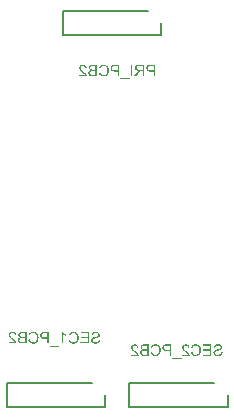
<source format=gbo>
G04*
G04 #@! TF.GenerationSoftware,Altium Limited,Altium Designer,21.7.2 (23)*
G04*
G04 Layer_Color=32896*
%FSAX25Y25*%
%MOIN*%
G70*
G04*
G04 #@! TF.SameCoordinates,7A990169-6DC8-41C8-B485-EB3673424C17*
G04*
G04*
G04 #@! TF.FilePolarity,Positive*
G04*
G01*
G75*
%ADD11C,0.00787*%
G36*
X0187220Y0122309D02*
X0187311Y0122303D01*
X0187402Y0122286D01*
X0187483Y0122269D01*
X0187562Y0122246D01*
X0187637Y0122223D01*
X0187699Y0122200D01*
X0187757Y0122172D01*
X0187814Y0122143D01*
X0187859Y0122120D01*
X0187899Y0122097D01*
X0187934Y0122074D01*
X0187956Y0122057D01*
X0187973Y0122040D01*
X0187985Y0122035D01*
X0187991Y0122029D01*
X0188048Y0121972D01*
X0188099Y0121909D01*
X0188145Y0121846D01*
X0188185Y0121778D01*
X0188253Y0121641D01*
X0188299Y0121509D01*
X0188328Y0121389D01*
X0188339Y0121338D01*
X0188350Y0121292D01*
X0188356Y0121252D01*
X0188362Y0121224D01*
Y0121207D01*
Y0121201D01*
X0187876Y0121150D01*
X0187865Y0121275D01*
X0187842Y0121389D01*
X0187814Y0121486D01*
X0187774Y0121566D01*
X0187739Y0121629D01*
X0187705Y0121675D01*
X0187682Y0121703D01*
X0187677Y0121715D01*
X0187597Y0121783D01*
X0187505Y0121835D01*
X0187414Y0121875D01*
X0187323Y0121897D01*
X0187248Y0121915D01*
X0187186Y0121920D01*
X0187163Y0121926D01*
X0187128D01*
X0187014Y0121920D01*
X0186911Y0121897D01*
X0186826Y0121863D01*
X0186746Y0121829D01*
X0186689Y0121795D01*
X0186643Y0121760D01*
X0186620Y0121738D01*
X0186609Y0121732D01*
X0186540Y0121658D01*
X0186489Y0121578D01*
X0186455Y0121498D01*
X0186426Y0121424D01*
X0186415Y0121355D01*
X0186409Y0121304D01*
X0186403Y0121269D01*
Y0121264D01*
Y0121258D01*
X0186415Y0121155D01*
X0186437Y0121058D01*
X0186472Y0120961D01*
X0186512Y0120870D01*
X0186557Y0120796D01*
X0186592Y0120738D01*
X0186603Y0120716D01*
X0186615Y0120698D01*
X0186626Y0120693D01*
Y0120687D01*
X0186672Y0120630D01*
X0186729Y0120567D01*
X0186786Y0120504D01*
X0186854Y0120436D01*
X0186991Y0120299D01*
X0187134Y0120173D01*
X0187260Y0120053D01*
X0187317Y0120002D01*
X0187368Y0119962D01*
X0187414Y0119928D01*
X0187443Y0119899D01*
X0187465Y0119882D01*
X0187471Y0119876D01*
X0187614Y0119756D01*
X0187739Y0119648D01*
X0187848Y0119545D01*
X0187934Y0119459D01*
X0188002Y0119391D01*
X0188054Y0119339D01*
X0188082Y0119305D01*
X0188093Y0119299D01*
Y0119294D01*
X0188168Y0119202D01*
X0188231Y0119111D01*
X0188282Y0119025D01*
X0188328Y0118946D01*
X0188362Y0118883D01*
X0188385Y0118831D01*
X0188396Y0118797D01*
X0188402Y0118791D01*
Y0118786D01*
X0188419Y0118728D01*
X0188436Y0118666D01*
X0188442Y0118614D01*
X0188447Y0118563D01*
X0188453Y0118523D01*
Y0118489D01*
Y0118466D01*
Y0118460D01*
X0185912D01*
Y0118911D01*
X0187796D01*
X0187734Y0119002D01*
X0187699Y0119048D01*
X0187665Y0119082D01*
X0187637Y0119117D01*
X0187614Y0119140D01*
X0187602Y0119157D01*
X0187597Y0119162D01*
X0187568Y0119191D01*
X0187540Y0119220D01*
X0187460Y0119294D01*
X0187374Y0119374D01*
X0187283Y0119454D01*
X0187191Y0119528D01*
X0187123Y0119591D01*
X0187094Y0119614D01*
X0187071Y0119631D01*
X0187060Y0119642D01*
X0187054Y0119648D01*
X0186963Y0119728D01*
X0186877Y0119802D01*
X0186797Y0119870D01*
X0186729Y0119933D01*
X0186660Y0119996D01*
X0186603Y0120047D01*
X0186546Y0120099D01*
X0186500Y0120145D01*
X0186460Y0120185D01*
X0186426Y0120219D01*
X0186392Y0120253D01*
X0186369Y0120276D01*
X0186340Y0120310D01*
X0186329Y0120322D01*
X0186255Y0120413D01*
X0186186Y0120499D01*
X0186135Y0120579D01*
X0186089Y0120653D01*
X0186055Y0120710D01*
X0186032Y0120750D01*
X0186021Y0120778D01*
X0186015Y0120790D01*
X0185981Y0120875D01*
X0185958Y0120955D01*
X0185941Y0121030D01*
X0185929Y0121104D01*
X0185924Y0121161D01*
X0185918Y0121207D01*
Y0121235D01*
Y0121247D01*
X0185924Y0121332D01*
X0185929Y0121406D01*
X0185947Y0121486D01*
X0185969Y0121555D01*
X0186021Y0121686D01*
X0186078Y0121795D01*
X0186112Y0121840D01*
X0186141Y0121886D01*
X0186169Y0121920D01*
X0186192Y0121949D01*
X0186215Y0121977D01*
X0186232Y0121995D01*
X0186238Y0122000D01*
X0186243Y0122006D01*
X0186306Y0122063D01*
X0186375Y0122109D01*
X0186443Y0122149D01*
X0186512Y0122183D01*
X0186660Y0122240D01*
X0186797Y0122274D01*
X0186866Y0122292D01*
X0186923Y0122297D01*
X0186980Y0122303D01*
X0187026Y0122309D01*
X0187066Y0122314D01*
X0187117D01*
X0187220Y0122309D01*
D02*
G37*
G36*
X0170210D02*
X0170301Y0122303D01*
X0170392Y0122286D01*
X0170472Y0122269D01*
X0170552Y0122246D01*
X0170626Y0122223D01*
X0170689Y0122200D01*
X0170747Y0122172D01*
X0170804Y0122143D01*
X0170849Y0122120D01*
X0170889Y0122097D01*
X0170923Y0122074D01*
X0170946Y0122057D01*
X0170963Y0122040D01*
X0170975Y0122035D01*
X0170981Y0122029D01*
X0171038Y0121972D01*
X0171089Y0121909D01*
X0171135Y0121846D01*
X0171175Y0121778D01*
X0171243Y0121641D01*
X0171289Y0121509D01*
X0171318Y0121389D01*
X0171329Y0121338D01*
X0171340Y0121292D01*
X0171346Y0121252D01*
X0171352Y0121224D01*
Y0121207D01*
Y0121201D01*
X0170866Y0121150D01*
X0170855Y0121275D01*
X0170832Y0121389D01*
X0170804Y0121486D01*
X0170764Y0121566D01*
X0170729Y0121629D01*
X0170695Y0121675D01*
X0170672Y0121703D01*
X0170667Y0121715D01*
X0170587Y0121783D01*
X0170495Y0121835D01*
X0170404Y0121875D01*
X0170312Y0121897D01*
X0170238Y0121915D01*
X0170176Y0121920D01*
X0170153Y0121926D01*
X0170118D01*
X0170004Y0121920D01*
X0169901Y0121897D01*
X0169816Y0121863D01*
X0169736Y0121829D01*
X0169679Y0121795D01*
X0169633Y0121760D01*
X0169610Y0121738D01*
X0169599Y0121732D01*
X0169530Y0121658D01*
X0169479Y0121578D01*
X0169445Y0121498D01*
X0169416Y0121424D01*
X0169405Y0121355D01*
X0169399Y0121304D01*
X0169393Y0121269D01*
Y0121264D01*
Y0121258D01*
X0169405Y0121155D01*
X0169427Y0121058D01*
X0169462Y0120961D01*
X0169502Y0120870D01*
X0169547Y0120796D01*
X0169582Y0120738D01*
X0169593Y0120716D01*
X0169605Y0120698D01*
X0169616Y0120693D01*
Y0120687D01*
X0169662Y0120630D01*
X0169719Y0120567D01*
X0169776Y0120504D01*
X0169844Y0120436D01*
X0169981Y0120299D01*
X0170124Y0120173D01*
X0170250Y0120053D01*
X0170307Y0120002D01*
X0170358Y0119962D01*
X0170404Y0119928D01*
X0170432Y0119899D01*
X0170455Y0119882D01*
X0170461Y0119876D01*
X0170604Y0119756D01*
X0170729Y0119648D01*
X0170838Y0119545D01*
X0170923Y0119459D01*
X0170992Y0119391D01*
X0171043Y0119339D01*
X0171072Y0119305D01*
X0171083Y0119299D01*
Y0119294D01*
X0171158Y0119202D01*
X0171220Y0119111D01*
X0171272Y0119025D01*
X0171318Y0118946D01*
X0171352Y0118883D01*
X0171375Y0118831D01*
X0171386Y0118797D01*
X0171392Y0118791D01*
Y0118786D01*
X0171409Y0118728D01*
X0171426Y0118666D01*
X0171432Y0118614D01*
X0171437Y0118563D01*
X0171443Y0118523D01*
Y0118489D01*
Y0118466D01*
Y0118460D01*
X0168902D01*
Y0118911D01*
X0170786D01*
X0170724Y0119002D01*
X0170689Y0119048D01*
X0170655Y0119082D01*
X0170626Y0119117D01*
X0170604Y0119140D01*
X0170592Y0119157D01*
X0170587Y0119162D01*
X0170558Y0119191D01*
X0170529Y0119220D01*
X0170449Y0119294D01*
X0170364Y0119374D01*
X0170273Y0119454D01*
X0170181Y0119528D01*
X0170113Y0119591D01*
X0170084Y0119614D01*
X0170061Y0119631D01*
X0170050Y0119642D01*
X0170044Y0119648D01*
X0169953Y0119728D01*
X0169867Y0119802D01*
X0169787Y0119870D01*
X0169719Y0119933D01*
X0169650Y0119996D01*
X0169593Y0120047D01*
X0169536Y0120099D01*
X0169490Y0120145D01*
X0169450Y0120185D01*
X0169416Y0120219D01*
X0169382Y0120253D01*
X0169359Y0120276D01*
X0169330Y0120310D01*
X0169319Y0120322D01*
X0169245Y0120413D01*
X0169176Y0120499D01*
X0169125Y0120579D01*
X0169079Y0120653D01*
X0169045Y0120710D01*
X0169022Y0120750D01*
X0169011Y0120778D01*
X0169005Y0120790D01*
X0168971Y0120875D01*
X0168948Y0120955D01*
X0168931Y0121030D01*
X0168919Y0121104D01*
X0168914Y0121161D01*
X0168908Y0121207D01*
Y0121235D01*
Y0121247D01*
X0168914Y0121332D01*
X0168919Y0121406D01*
X0168936Y0121486D01*
X0168959Y0121555D01*
X0169011Y0121686D01*
X0169068Y0121795D01*
X0169102Y0121840D01*
X0169131Y0121886D01*
X0169159Y0121920D01*
X0169182Y0121949D01*
X0169205Y0121977D01*
X0169222Y0121995D01*
X0169228Y0122000D01*
X0169233Y0122006D01*
X0169296Y0122063D01*
X0169365Y0122109D01*
X0169433Y0122149D01*
X0169502Y0122183D01*
X0169650Y0122240D01*
X0169787Y0122274D01*
X0169856Y0122292D01*
X0169913Y0122297D01*
X0169970Y0122303D01*
X0170016Y0122309D01*
X0170055Y0122314D01*
X0170107D01*
X0170210Y0122309D01*
D02*
G37*
G36*
X0190600Y0122360D02*
X0190771Y0122337D01*
X0190931Y0122297D01*
X0191000Y0122274D01*
X0191068Y0122257D01*
X0191126Y0122234D01*
X0191182Y0122212D01*
X0191228Y0122194D01*
X0191268Y0122172D01*
X0191303Y0122160D01*
X0191325Y0122149D01*
X0191337Y0122137D01*
X0191342D01*
X0191491Y0122040D01*
X0191622Y0121932D01*
X0191736Y0121818D01*
X0191828Y0121709D01*
X0191896Y0121612D01*
X0191925Y0121566D01*
X0191953Y0121532D01*
X0191971Y0121498D01*
X0191982Y0121475D01*
X0191993Y0121464D01*
Y0121458D01*
X0192068Y0121287D01*
X0192125Y0121109D01*
X0192165Y0120932D01*
X0192193Y0120767D01*
X0192205Y0120693D01*
X0192210Y0120624D01*
X0192216Y0120567D01*
Y0120516D01*
X0192222Y0120470D01*
Y0120441D01*
Y0120419D01*
Y0120413D01*
X0192210Y0120207D01*
X0192188Y0120019D01*
X0192159Y0119842D01*
X0192142Y0119762D01*
X0192119Y0119688D01*
X0192102Y0119619D01*
X0192085Y0119562D01*
X0192068Y0119505D01*
X0192051Y0119465D01*
X0192039Y0119425D01*
X0192028Y0119402D01*
X0192022Y0119385D01*
Y0119379D01*
X0191936Y0119208D01*
X0191845Y0119065D01*
X0191742Y0118940D01*
X0191645Y0118837D01*
X0191559Y0118751D01*
X0191525Y0118723D01*
X0191491Y0118694D01*
X0191462Y0118677D01*
X0191445Y0118660D01*
X0191434Y0118654D01*
X0191428Y0118649D01*
X0191354Y0118603D01*
X0191274Y0118569D01*
X0191108Y0118506D01*
X0190937Y0118460D01*
X0190777Y0118431D01*
X0190703Y0118420D01*
X0190634Y0118409D01*
X0190572Y0118403D01*
X0190520D01*
X0190474Y0118397D01*
X0190417D01*
X0190309Y0118403D01*
X0190200Y0118409D01*
X0190103Y0118426D01*
X0190006Y0118449D01*
X0189915Y0118472D01*
X0189835Y0118500D01*
X0189755Y0118529D01*
X0189687Y0118563D01*
X0189618Y0118591D01*
X0189567Y0118620D01*
X0189515Y0118649D01*
X0189475Y0118671D01*
X0189441Y0118694D01*
X0189418Y0118711D01*
X0189407Y0118717D01*
X0189401Y0118723D01*
X0189327Y0118786D01*
X0189258Y0118860D01*
X0189196Y0118934D01*
X0189133Y0119014D01*
X0189036Y0119168D01*
X0188956Y0119322D01*
X0188921Y0119396D01*
X0188899Y0119459D01*
X0188876Y0119522D01*
X0188853Y0119574D01*
X0188841Y0119619D01*
X0188830Y0119648D01*
X0188824Y0119671D01*
Y0119676D01*
X0189332Y0119808D01*
X0189378Y0119636D01*
X0189441Y0119488D01*
X0189509Y0119362D01*
X0189578Y0119260D01*
X0189641Y0119180D01*
X0189664Y0119151D01*
X0189692Y0119123D01*
X0189709Y0119105D01*
X0189726Y0119088D01*
X0189732Y0119082D01*
X0189738Y0119077D01*
X0189795Y0119031D01*
X0189852Y0118997D01*
X0189978Y0118934D01*
X0190098Y0118894D01*
X0190206Y0118860D01*
X0190309Y0118843D01*
X0190349Y0118837D01*
X0190389D01*
X0190417Y0118831D01*
X0190457D01*
X0190589Y0118837D01*
X0190709Y0118860D01*
X0190823Y0118888D01*
X0190920Y0118923D01*
X0191000Y0118951D01*
X0191063Y0118980D01*
X0191086Y0118991D01*
X0191103Y0119002D01*
X0191108Y0119008D01*
X0191114D01*
X0191217Y0119082D01*
X0191308Y0119174D01*
X0191382Y0119260D01*
X0191445Y0119351D01*
X0191491Y0119431D01*
X0191525Y0119499D01*
X0191537Y0119522D01*
X0191548Y0119539D01*
X0191554Y0119551D01*
Y0119556D01*
X0191599Y0119699D01*
X0191634Y0119842D01*
X0191662Y0119990D01*
X0191679Y0120122D01*
X0191685Y0120185D01*
X0191691Y0120236D01*
Y0120287D01*
X0191697Y0120333D01*
Y0120367D01*
Y0120390D01*
Y0120407D01*
Y0120413D01*
X0191691Y0120556D01*
X0191679Y0120687D01*
X0191656Y0120813D01*
X0191634Y0120927D01*
X0191616Y0121018D01*
X0191605Y0121058D01*
X0191594Y0121087D01*
X0191588Y0121115D01*
X0191582Y0121132D01*
X0191577Y0121144D01*
Y0121150D01*
X0191525Y0121275D01*
X0191462Y0121389D01*
X0191394Y0121486D01*
X0191325Y0121572D01*
X0191262Y0121635D01*
X0191205Y0121680D01*
X0191171Y0121709D01*
X0191165Y0121721D01*
X0191160D01*
X0191040Y0121795D01*
X0190920Y0121846D01*
X0190794Y0121886D01*
X0190674Y0121909D01*
X0190572Y0121926D01*
X0190532Y0121932D01*
X0190492D01*
X0190463Y0121938D01*
X0190417D01*
X0190280Y0121932D01*
X0190155Y0121909D01*
X0190046Y0121875D01*
X0189955Y0121840D01*
X0189881Y0121806D01*
X0189829Y0121772D01*
X0189795Y0121749D01*
X0189784Y0121743D01*
X0189692Y0121663D01*
X0189612Y0121566D01*
X0189544Y0121464D01*
X0189492Y0121367D01*
X0189447Y0121275D01*
X0189430Y0121235D01*
X0189412Y0121201D01*
X0189401Y0121172D01*
X0189395Y0121150D01*
X0189390Y0121138D01*
Y0121132D01*
X0188887Y0121252D01*
X0188921Y0121349D01*
X0188956Y0121441D01*
X0188996Y0121526D01*
X0189041Y0121606D01*
X0189087Y0121680D01*
X0189133Y0121743D01*
X0189178Y0121806D01*
X0189224Y0121863D01*
X0189270Y0121909D01*
X0189310Y0121955D01*
X0189344Y0121989D01*
X0189378Y0122023D01*
X0189401Y0122046D01*
X0189424Y0122063D01*
X0189435Y0122069D01*
X0189441Y0122074D01*
X0189515Y0122126D01*
X0189595Y0122172D01*
X0189675Y0122212D01*
X0189755Y0122246D01*
X0189921Y0122297D01*
X0190069Y0122337D01*
X0190143Y0122349D01*
X0190206Y0122354D01*
X0190263Y0122360D01*
X0190315Y0122366D01*
X0190355Y0122371D01*
X0190412D01*
X0190600Y0122360D01*
D02*
G37*
G36*
X0177170D02*
X0177341Y0122337D01*
X0177501Y0122297D01*
X0177570Y0122274D01*
X0177638Y0122257D01*
X0177696Y0122234D01*
X0177753Y0122212D01*
X0177798Y0122194D01*
X0177838Y0122172D01*
X0177873Y0122160D01*
X0177895Y0122149D01*
X0177907Y0122137D01*
X0177912D01*
X0178061Y0122040D01*
X0178192Y0121932D01*
X0178306Y0121818D01*
X0178398Y0121709D01*
X0178466Y0121612D01*
X0178495Y0121566D01*
X0178524Y0121532D01*
X0178541Y0121498D01*
X0178552Y0121475D01*
X0178563Y0121464D01*
Y0121458D01*
X0178638Y0121287D01*
X0178695Y0121109D01*
X0178735Y0120932D01*
X0178763Y0120767D01*
X0178775Y0120693D01*
X0178780Y0120624D01*
X0178786Y0120567D01*
Y0120516D01*
X0178792Y0120470D01*
Y0120441D01*
Y0120419D01*
Y0120413D01*
X0178780Y0120207D01*
X0178758Y0120019D01*
X0178729Y0119842D01*
X0178712Y0119762D01*
X0178689Y0119688D01*
X0178672Y0119619D01*
X0178655Y0119562D01*
X0178638Y0119505D01*
X0178621Y0119465D01*
X0178609Y0119425D01*
X0178598Y0119402D01*
X0178592Y0119385D01*
Y0119379D01*
X0178506Y0119208D01*
X0178415Y0119065D01*
X0178312Y0118940D01*
X0178215Y0118837D01*
X0178129Y0118751D01*
X0178095Y0118723D01*
X0178061Y0118694D01*
X0178032Y0118677D01*
X0178015Y0118660D01*
X0178004Y0118654D01*
X0177998Y0118649D01*
X0177924Y0118603D01*
X0177844Y0118569D01*
X0177678Y0118506D01*
X0177507Y0118460D01*
X0177347Y0118431D01*
X0177273Y0118420D01*
X0177205Y0118409D01*
X0177142Y0118403D01*
X0177090D01*
X0177045Y0118397D01*
X0176988D01*
X0176879Y0118403D01*
X0176770Y0118409D01*
X0176673Y0118426D01*
X0176576Y0118449D01*
X0176485Y0118472D01*
X0176405Y0118500D01*
X0176325Y0118529D01*
X0176257Y0118563D01*
X0176188Y0118591D01*
X0176137Y0118620D01*
X0176085Y0118649D01*
X0176045Y0118671D01*
X0176011Y0118694D01*
X0175988Y0118711D01*
X0175977Y0118717D01*
X0175971Y0118723D01*
X0175897Y0118786D01*
X0175828Y0118860D01*
X0175766Y0118934D01*
X0175703Y0119014D01*
X0175606Y0119168D01*
X0175526Y0119322D01*
X0175491Y0119396D01*
X0175469Y0119459D01*
X0175446Y0119522D01*
X0175423Y0119574D01*
X0175411Y0119619D01*
X0175400Y0119648D01*
X0175394Y0119671D01*
Y0119676D01*
X0175903Y0119808D01*
X0175948Y0119636D01*
X0176011Y0119488D01*
X0176080Y0119362D01*
X0176148Y0119260D01*
X0176211Y0119180D01*
X0176234Y0119151D01*
X0176262Y0119123D01*
X0176279Y0119105D01*
X0176297Y0119088D01*
X0176302Y0119082D01*
X0176308Y0119077D01*
X0176365Y0119031D01*
X0176422Y0118997D01*
X0176548Y0118934D01*
X0176668Y0118894D01*
X0176776Y0118860D01*
X0176879Y0118843D01*
X0176919Y0118837D01*
X0176959D01*
X0176988Y0118831D01*
X0177027D01*
X0177159Y0118837D01*
X0177279Y0118860D01*
X0177393Y0118888D01*
X0177490Y0118923D01*
X0177570Y0118951D01*
X0177633Y0118980D01*
X0177656Y0118991D01*
X0177673Y0119002D01*
X0177678Y0119008D01*
X0177684D01*
X0177787Y0119082D01*
X0177878Y0119174D01*
X0177953Y0119260D01*
X0178015Y0119351D01*
X0178061Y0119431D01*
X0178095Y0119499D01*
X0178107Y0119522D01*
X0178118Y0119539D01*
X0178124Y0119551D01*
Y0119556D01*
X0178170Y0119699D01*
X0178204Y0119842D01*
X0178232Y0119990D01*
X0178249Y0120122D01*
X0178255Y0120185D01*
X0178261Y0120236D01*
Y0120287D01*
X0178267Y0120333D01*
Y0120367D01*
Y0120390D01*
Y0120407D01*
Y0120413D01*
X0178261Y0120556D01*
X0178249Y0120687D01*
X0178227Y0120813D01*
X0178204Y0120927D01*
X0178187Y0121018D01*
X0178175Y0121058D01*
X0178164Y0121087D01*
X0178158Y0121115D01*
X0178152Y0121132D01*
X0178147Y0121144D01*
Y0121150D01*
X0178095Y0121275D01*
X0178032Y0121389D01*
X0177964Y0121486D01*
X0177895Y0121572D01*
X0177833Y0121635D01*
X0177776Y0121680D01*
X0177741Y0121709D01*
X0177735Y0121721D01*
X0177730D01*
X0177610Y0121795D01*
X0177490Y0121846D01*
X0177364Y0121886D01*
X0177244Y0121909D01*
X0177142Y0121926D01*
X0177102Y0121932D01*
X0177062D01*
X0177033Y0121938D01*
X0176988D01*
X0176850Y0121932D01*
X0176725Y0121909D01*
X0176616Y0121875D01*
X0176525Y0121840D01*
X0176451Y0121806D01*
X0176399Y0121772D01*
X0176365Y0121749D01*
X0176354Y0121743D01*
X0176262Y0121663D01*
X0176182Y0121566D01*
X0176114Y0121464D01*
X0176063Y0121367D01*
X0176017Y0121275D01*
X0176000Y0121235D01*
X0175982Y0121201D01*
X0175971Y0121172D01*
X0175965Y0121150D01*
X0175960Y0121138D01*
Y0121132D01*
X0175457Y0121252D01*
X0175491Y0121349D01*
X0175526Y0121441D01*
X0175566Y0121526D01*
X0175611Y0121606D01*
X0175657Y0121680D01*
X0175703Y0121743D01*
X0175748Y0121806D01*
X0175794Y0121863D01*
X0175840Y0121909D01*
X0175880Y0121955D01*
X0175914Y0121989D01*
X0175948Y0122023D01*
X0175971Y0122046D01*
X0175994Y0122063D01*
X0176005Y0122069D01*
X0176011Y0122074D01*
X0176085Y0122126D01*
X0176165Y0122172D01*
X0176245Y0122212D01*
X0176325Y0122246D01*
X0176491Y0122297D01*
X0176639Y0122337D01*
X0176713Y0122349D01*
X0176776Y0122354D01*
X0176833Y0122360D01*
X0176885Y0122366D01*
X0176925Y0122371D01*
X0176982D01*
X0177170Y0122360D01*
D02*
G37*
G36*
X0195648Y0118460D02*
X0192776D01*
Y0118911D01*
X0195140D01*
Y0120224D01*
X0193010D01*
Y0120676D01*
X0195140D01*
Y0121852D01*
X0192867D01*
Y0122303D01*
X0195648D01*
Y0118460D01*
D02*
G37*
G36*
X0182224D02*
X0181715D01*
Y0120025D01*
X0180733D01*
X0180585Y0120030D01*
X0180454Y0120042D01*
X0180328Y0120053D01*
X0180214Y0120076D01*
X0180111Y0120105D01*
X0180019Y0120133D01*
X0179940Y0120162D01*
X0179865Y0120196D01*
X0179803Y0120224D01*
X0179751Y0120253D01*
X0179705Y0120282D01*
X0179671Y0120310D01*
X0179643Y0120333D01*
X0179625Y0120344D01*
X0179614Y0120356D01*
X0179608Y0120361D01*
X0179551Y0120424D01*
X0179506Y0120493D01*
X0179460Y0120561D01*
X0179426Y0120636D01*
X0179369Y0120773D01*
X0179334Y0120904D01*
X0179323Y0120961D01*
X0179312Y0121018D01*
X0179306Y0121064D01*
X0179300Y0121109D01*
X0179294Y0121144D01*
Y0121167D01*
Y0121184D01*
Y0121189D01*
X0179300Y0121292D01*
X0179312Y0121395D01*
X0179334Y0121481D01*
X0179351Y0121561D01*
X0179374Y0121623D01*
X0179397Y0121675D01*
X0179409Y0121703D01*
X0179414Y0121715D01*
X0179460Y0121800D01*
X0179511Y0121875D01*
X0179563Y0121938D01*
X0179608Y0121989D01*
X0179654Y0122035D01*
X0179688Y0122063D01*
X0179711Y0122080D01*
X0179723Y0122086D01*
X0179797Y0122132D01*
X0179877Y0122172D01*
X0179957Y0122200D01*
X0180031Y0122223D01*
X0180094Y0122240D01*
X0180151Y0122251D01*
X0180185Y0122263D01*
X0180196D01*
X0180276Y0122274D01*
X0180374Y0122286D01*
X0180471Y0122292D01*
X0180562Y0122297D01*
X0180648Y0122303D01*
X0182224D01*
Y0118460D01*
D02*
G37*
G36*
X0174789D02*
X0173327D01*
X0173196Y0118466D01*
X0173076Y0118472D01*
X0172973Y0118483D01*
X0172882Y0118494D01*
X0172808Y0118506D01*
X0172756Y0118511D01*
X0172722Y0118523D01*
X0172711D01*
X0172619Y0118552D01*
X0172534Y0118580D01*
X0172465Y0118609D01*
X0172402Y0118643D01*
X0172357Y0118666D01*
X0172317Y0118688D01*
X0172294Y0118706D01*
X0172288Y0118711D01*
X0172225Y0118763D01*
X0172168Y0118820D01*
X0172123Y0118877D01*
X0172083Y0118934D01*
X0172048Y0118985D01*
X0172026Y0119025D01*
X0172008Y0119054D01*
X0172003Y0119065D01*
X0171963Y0119157D01*
X0171934Y0119242D01*
X0171917Y0119328D01*
X0171900Y0119408D01*
X0171894Y0119476D01*
X0171888Y0119528D01*
Y0119562D01*
Y0119568D01*
Y0119574D01*
X0171894Y0119694D01*
X0171917Y0119802D01*
X0171951Y0119899D01*
X0171985Y0119985D01*
X0172020Y0120053D01*
X0172054Y0120105D01*
X0172077Y0120139D01*
X0172083Y0120150D01*
X0172157Y0120236D01*
X0172248Y0120310D01*
X0172334Y0120373D01*
X0172420Y0120424D01*
X0172499Y0120459D01*
X0172562Y0120487D01*
X0172585Y0120493D01*
X0172602Y0120499D01*
X0172614Y0120504D01*
X0172619D01*
X0172522Y0120556D01*
X0172442Y0120613D01*
X0172368Y0120670D01*
X0172311Y0120727D01*
X0172271Y0120778D01*
X0172237Y0120818D01*
X0172220Y0120841D01*
X0172214Y0120853D01*
X0172168Y0120932D01*
X0172134Y0121018D01*
X0172111Y0121092D01*
X0172094Y0121167D01*
X0172083Y0121224D01*
X0172077Y0121275D01*
Y0121304D01*
Y0121315D01*
X0172083Y0121412D01*
X0172100Y0121509D01*
X0172128Y0121595D01*
X0172151Y0121669D01*
X0172180Y0121732D01*
X0172208Y0121783D01*
X0172225Y0121812D01*
X0172231Y0121823D01*
X0172294Y0121909D01*
X0172357Y0121983D01*
X0172425Y0122046D01*
X0172494Y0122097D01*
X0172556Y0122132D01*
X0172602Y0122160D01*
X0172636Y0122177D01*
X0172642Y0122183D01*
X0172648D01*
X0172751Y0122223D01*
X0172871Y0122251D01*
X0172985Y0122274D01*
X0173099Y0122286D01*
X0173196Y0122297D01*
X0173242D01*
X0173276Y0122303D01*
X0174789D01*
Y0118460D01*
D02*
G37*
G36*
X0198052Y0122366D02*
X0198183Y0122349D01*
X0198303Y0122332D01*
X0198411Y0122309D01*
X0198497Y0122280D01*
X0198531Y0122269D01*
X0198560Y0122263D01*
X0198583Y0122251D01*
X0198600Y0122246D01*
X0198611Y0122240D01*
X0198617D01*
X0198731Y0122189D01*
X0198828Y0122126D01*
X0198908Y0122057D01*
X0198977Y0121995D01*
X0199034Y0121938D01*
X0199074Y0121892D01*
X0199097Y0121863D01*
X0199102Y0121858D01*
Y0121852D01*
X0199154Y0121755D01*
X0199194Y0121663D01*
X0199222Y0121572D01*
X0199239Y0121486D01*
X0199251Y0121412D01*
X0199262Y0121361D01*
Y0121338D01*
Y0121321D01*
Y0121315D01*
Y0121309D01*
X0199257Y0121212D01*
X0199239Y0121121D01*
X0199222Y0121035D01*
X0199194Y0120967D01*
X0199171Y0120910D01*
X0199154Y0120864D01*
X0199137Y0120835D01*
X0199131Y0120824D01*
X0199074Y0120750D01*
X0199011Y0120681D01*
X0198942Y0120618D01*
X0198874Y0120567D01*
X0198811Y0120527D01*
X0198765Y0120499D01*
X0198731Y0120476D01*
X0198725Y0120470D01*
X0198720D01*
X0198674Y0120447D01*
X0198628Y0120424D01*
X0198514Y0120384D01*
X0198394Y0120344D01*
X0198269Y0120310D01*
X0198154Y0120276D01*
X0198109Y0120264D01*
X0198063Y0120253D01*
X0198029Y0120242D01*
X0198000Y0120236D01*
X0197983Y0120230D01*
X0197977D01*
X0197880Y0120207D01*
X0197795Y0120185D01*
X0197715Y0120167D01*
X0197646Y0120150D01*
X0197583Y0120133D01*
X0197526Y0120116D01*
X0197481Y0120099D01*
X0197435Y0120087D01*
X0197401Y0120076D01*
X0197366Y0120070D01*
X0197327Y0120053D01*
X0197298Y0120047D01*
X0197292Y0120042D01*
X0197207Y0120008D01*
X0197132Y0119967D01*
X0197075Y0119928D01*
X0197024Y0119893D01*
X0196990Y0119859D01*
X0196961Y0119836D01*
X0196950Y0119819D01*
X0196944Y0119813D01*
X0196910Y0119762D01*
X0196887Y0119711D01*
X0196864Y0119659D01*
X0196853Y0119608D01*
X0196847Y0119562D01*
X0196841Y0119528D01*
Y0119505D01*
Y0119499D01*
X0196847Y0119437D01*
X0196858Y0119374D01*
X0196875Y0119317D01*
X0196898Y0119265D01*
X0196921Y0119225D01*
X0196938Y0119197D01*
X0196950Y0119174D01*
X0196955Y0119168D01*
X0197001Y0119117D01*
X0197052Y0119071D01*
X0197109Y0119031D01*
X0197161Y0118997D01*
X0197212Y0118968D01*
X0197252Y0118951D01*
X0197275Y0118940D01*
X0197286Y0118934D01*
X0197372Y0118905D01*
X0197458Y0118883D01*
X0197544Y0118871D01*
X0197623Y0118860D01*
X0197692Y0118854D01*
X0197743Y0118848D01*
X0197795D01*
X0197915Y0118854D01*
X0198023Y0118866D01*
X0198126Y0118883D01*
X0198212Y0118905D01*
X0198280Y0118928D01*
X0198337Y0118946D01*
X0198371Y0118957D01*
X0198377Y0118963D01*
X0198383D01*
X0198474Y0119008D01*
X0198554Y0119060D01*
X0198623Y0119105D01*
X0198674Y0119157D01*
X0198720Y0119197D01*
X0198748Y0119231D01*
X0198765Y0119254D01*
X0198771Y0119260D01*
X0198811Y0119334D01*
X0198845Y0119414D01*
X0198874Y0119494D01*
X0198897Y0119568D01*
X0198908Y0119636D01*
X0198920Y0119694D01*
X0198925Y0119728D01*
Y0119733D01*
Y0119739D01*
X0199405Y0119699D01*
X0199393Y0119556D01*
X0199371Y0119425D01*
X0199336Y0119311D01*
X0199302Y0119208D01*
X0199262Y0119123D01*
X0199245Y0119088D01*
X0199228Y0119060D01*
X0199216Y0119031D01*
X0199205Y0119014D01*
X0199199Y0119008D01*
Y0119002D01*
X0199119Y0118894D01*
X0199028Y0118803D01*
X0198937Y0118723D01*
X0198845Y0118660D01*
X0198765Y0118609D01*
X0198703Y0118574D01*
X0198680Y0118563D01*
X0198663Y0118552D01*
X0198651Y0118546D01*
X0198645D01*
X0198509Y0118494D01*
X0198360Y0118460D01*
X0198212Y0118431D01*
X0198074Y0118414D01*
X0198012Y0118409D01*
X0197955Y0118403D01*
X0197903D01*
X0197857Y0118397D01*
X0197772D01*
X0197623Y0118403D01*
X0197481Y0118420D01*
X0197361Y0118443D01*
X0197247Y0118472D01*
X0197161Y0118500D01*
X0197121Y0118511D01*
X0197092Y0118523D01*
X0197070Y0118534D01*
X0197052Y0118540D01*
X0197041Y0118546D01*
X0197035D01*
X0196915Y0118609D01*
X0196818Y0118671D01*
X0196727Y0118746D01*
X0196658Y0118808D01*
X0196601Y0118871D01*
X0196561Y0118917D01*
X0196533Y0118951D01*
X0196527Y0118957D01*
Y0118963D01*
X0196470Y0119065D01*
X0196424Y0119168D01*
X0196396Y0119265D01*
X0196373Y0119357D01*
X0196361Y0119431D01*
X0196350Y0119494D01*
Y0119517D01*
Y0119534D01*
Y0119539D01*
Y0119545D01*
X0196356Y0119659D01*
X0196373Y0119762D01*
X0196402Y0119853D01*
X0196430Y0119933D01*
X0196459Y0119996D01*
X0196487Y0120047D01*
X0196504Y0120076D01*
X0196510Y0120087D01*
X0196579Y0120173D01*
X0196653Y0120253D01*
X0196738Y0120316D01*
X0196818Y0120373D01*
X0196893Y0120419D01*
X0196950Y0120453D01*
X0196973Y0120464D01*
X0196990Y0120476D01*
X0197001Y0120481D01*
X0197007D01*
X0197052Y0120499D01*
X0197109Y0120521D01*
X0197172Y0120544D01*
X0197235Y0120561D01*
X0197378Y0120601D01*
X0197515Y0120641D01*
X0197646Y0120670D01*
X0197703Y0120687D01*
X0197755Y0120698D01*
X0197800Y0120710D01*
X0197829Y0120716D01*
X0197852Y0120721D01*
X0197857D01*
X0197966Y0120750D01*
X0198069Y0120773D01*
X0198160Y0120801D01*
X0198240Y0120824D01*
X0198309Y0120847D01*
X0198371Y0120875D01*
X0198428Y0120893D01*
X0198474Y0120915D01*
X0198514Y0120932D01*
X0198543Y0120950D01*
X0198571Y0120967D01*
X0198588Y0120978D01*
X0198617Y0120995D01*
X0198623Y0121001D01*
X0198674Y0121052D01*
X0198708Y0121109D01*
X0198737Y0121167D01*
X0198754Y0121218D01*
X0198765Y0121264D01*
X0198771Y0121304D01*
Y0121326D01*
Y0121338D01*
X0198760Y0121424D01*
X0198737Y0121503D01*
X0198703Y0121572D01*
X0198663Y0121635D01*
X0198628Y0121680D01*
X0198594Y0121721D01*
X0198571Y0121743D01*
X0198560Y0121749D01*
X0198520Y0121778D01*
X0198468Y0121806D01*
X0198366Y0121846D01*
X0198257Y0121880D01*
X0198149Y0121897D01*
X0198046Y0121909D01*
X0198006Y0121915D01*
X0197966Y0121920D01*
X0197892D01*
X0197738Y0121915D01*
X0197601Y0121892D01*
X0197481Y0121863D01*
X0197389Y0121829D01*
X0197315Y0121789D01*
X0197258Y0121760D01*
X0197229Y0121738D01*
X0197218Y0121732D01*
X0197138Y0121658D01*
X0197081Y0121572D01*
X0197035Y0121481D01*
X0196995Y0121395D01*
X0196973Y0121315D01*
X0196961Y0121247D01*
X0196955Y0121224D01*
X0196950Y0121207D01*
Y0121195D01*
Y0121189D01*
X0196464Y0121224D01*
X0196476Y0121344D01*
X0196504Y0121458D01*
X0196533Y0121561D01*
X0196567Y0121652D01*
X0196601Y0121721D01*
X0196630Y0121778D01*
X0196653Y0121812D01*
X0196658Y0121823D01*
X0196727Y0121920D01*
X0196807Y0122000D01*
X0196893Y0122069D01*
X0196973Y0122126D01*
X0197047Y0122172D01*
X0197104Y0122206D01*
X0197127Y0122217D01*
X0197144Y0122223D01*
X0197155Y0122229D01*
X0197161D01*
X0197286Y0122274D01*
X0197418Y0122309D01*
X0197544Y0122337D01*
X0197658Y0122354D01*
X0197760Y0122366D01*
X0197806D01*
X0197840Y0122371D01*
X0197915D01*
X0198052Y0122366D01*
D02*
G37*
G36*
X0185707Y0117392D02*
X0182583D01*
Y0117735D01*
X0185707D01*
Y0117392D01*
D02*
G37*
G36*
X0129462Y0126443D02*
X0129553Y0126437D01*
X0129644Y0126420D01*
X0129724Y0126402D01*
X0129804Y0126380D01*
X0129878Y0126357D01*
X0129941Y0126334D01*
X0129998Y0126305D01*
X0130055Y0126277D01*
X0130101Y0126254D01*
X0130141Y0126231D01*
X0130175Y0126208D01*
X0130198Y0126191D01*
X0130215Y0126174D01*
X0130227Y0126168D01*
X0130233Y0126163D01*
X0130290Y0126106D01*
X0130341Y0126043D01*
X0130387Y0125980D01*
X0130427Y0125911D01*
X0130495Y0125774D01*
X0130541Y0125643D01*
X0130569Y0125523D01*
X0130581Y0125472D01*
X0130592Y0125426D01*
X0130598Y0125386D01*
X0130604Y0125358D01*
Y0125340D01*
Y0125335D01*
X0130118Y0125283D01*
X0130107Y0125409D01*
X0130084Y0125523D01*
X0130055Y0125620D01*
X0130016Y0125700D01*
X0129981Y0125763D01*
X0129947Y0125809D01*
X0129924Y0125837D01*
X0129919Y0125849D01*
X0129839Y0125917D01*
X0129747Y0125969D01*
X0129656Y0126008D01*
X0129564Y0126031D01*
X0129490Y0126049D01*
X0129427Y0126054D01*
X0129405Y0126060D01*
X0129370D01*
X0129256Y0126054D01*
X0129153Y0126031D01*
X0129068Y0125997D01*
X0128988Y0125963D01*
X0128931Y0125929D01*
X0128885Y0125894D01*
X0128862Y0125872D01*
X0128851Y0125866D01*
X0128782Y0125792D01*
X0128731Y0125712D01*
X0128697Y0125632D01*
X0128668Y0125557D01*
X0128657Y0125489D01*
X0128651Y0125437D01*
X0128645Y0125403D01*
Y0125398D01*
Y0125392D01*
X0128657Y0125289D01*
X0128679Y0125192D01*
X0128714Y0125095D01*
X0128754Y0125004D01*
X0128799Y0124929D01*
X0128834Y0124872D01*
X0128845Y0124849D01*
X0128856Y0124832D01*
X0128868Y0124827D01*
Y0124821D01*
X0128913Y0124764D01*
X0128971Y0124701D01*
X0129028Y0124638D01*
X0129096Y0124570D01*
X0129233Y0124433D01*
X0129376Y0124307D01*
X0129502Y0124187D01*
X0129559Y0124136D01*
X0129610Y0124096D01*
X0129656Y0124061D01*
X0129684Y0124033D01*
X0129707Y0124016D01*
X0129713Y0124010D01*
X0129856Y0123890D01*
X0129981Y0123782D01*
X0130090Y0123679D01*
X0130175Y0123593D01*
X0130244Y0123525D01*
X0130295Y0123473D01*
X0130324Y0123439D01*
X0130335Y0123433D01*
Y0123428D01*
X0130410Y0123336D01*
X0130472Y0123245D01*
X0130524Y0123159D01*
X0130569Y0123079D01*
X0130604Y0123017D01*
X0130626Y0122965D01*
X0130638Y0122931D01*
X0130644Y0122925D01*
Y0122919D01*
X0130661Y0122862D01*
X0130678Y0122800D01*
X0130684Y0122748D01*
X0130689Y0122697D01*
X0130695Y0122657D01*
Y0122623D01*
Y0122600D01*
Y0122594D01*
X0128154D01*
Y0123045D01*
X0130038D01*
X0129976Y0123136D01*
X0129941Y0123182D01*
X0129907Y0123216D01*
X0129878Y0123251D01*
X0129856Y0123274D01*
X0129844Y0123291D01*
X0129839Y0123296D01*
X0129810Y0123325D01*
X0129781Y0123353D01*
X0129701Y0123428D01*
X0129616Y0123508D01*
X0129525Y0123588D01*
X0129433Y0123662D01*
X0129365Y0123724D01*
X0129336Y0123747D01*
X0129313Y0123765D01*
X0129302Y0123776D01*
X0129296Y0123782D01*
X0129205Y0123862D01*
X0129119Y0123936D01*
X0129039Y0124004D01*
X0128971Y0124067D01*
X0128902Y0124130D01*
X0128845Y0124181D01*
X0128788Y0124233D01*
X0128742Y0124278D01*
X0128702Y0124318D01*
X0128668Y0124353D01*
X0128634Y0124387D01*
X0128611Y0124410D01*
X0128582Y0124444D01*
X0128571Y0124455D01*
X0128497Y0124547D01*
X0128428Y0124632D01*
X0128377Y0124712D01*
X0128331Y0124787D01*
X0128297Y0124844D01*
X0128274Y0124884D01*
X0128263Y0124912D01*
X0128257Y0124924D01*
X0128223Y0125009D01*
X0128200Y0125089D01*
X0128183Y0125163D01*
X0128171Y0125238D01*
X0128165Y0125295D01*
X0128160Y0125340D01*
Y0125369D01*
Y0125380D01*
X0128165Y0125466D01*
X0128171Y0125540D01*
X0128188Y0125620D01*
X0128211Y0125689D01*
X0128263Y0125820D01*
X0128320Y0125929D01*
X0128354Y0125974D01*
X0128383Y0126020D01*
X0128411Y0126054D01*
X0128434Y0126083D01*
X0128457Y0126111D01*
X0128474Y0126128D01*
X0128480Y0126134D01*
X0128485Y0126140D01*
X0128548Y0126197D01*
X0128617Y0126243D01*
X0128685Y0126283D01*
X0128754Y0126317D01*
X0128902Y0126374D01*
X0129039Y0126408D01*
X0129108Y0126425D01*
X0129165Y0126431D01*
X0129222Y0126437D01*
X0129268Y0126443D01*
X0129307Y0126448D01*
X0129359D01*
X0129462Y0126443D01*
D02*
G37*
G36*
X0146226Y0126351D02*
X0146295Y0126260D01*
X0146363Y0126174D01*
X0146432Y0126094D01*
X0146495Y0126026D01*
X0146546Y0125974D01*
X0146586Y0125940D01*
X0146592Y0125934D01*
X0146597Y0125929D01*
X0146712Y0125831D01*
X0146826Y0125746D01*
X0146940Y0125672D01*
X0147048Y0125609D01*
X0147140Y0125557D01*
X0147180Y0125535D01*
X0147214Y0125517D01*
X0147243Y0125500D01*
X0147266Y0125489D01*
X0147277Y0125483D01*
X0147283D01*
Y0125026D01*
X0147197Y0125061D01*
X0147111Y0125101D01*
X0147031Y0125135D01*
X0146957Y0125175D01*
X0146889Y0125209D01*
X0146837Y0125238D01*
X0146803Y0125260D01*
X0146797Y0125266D01*
X0146792D01*
X0146695Y0125329D01*
X0146603Y0125386D01*
X0146523Y0125443D01*
X0146460Y0125489D01*
X0146409Y0125535D01*
X0146369Y0125563D01*
X0146346Y0125586D01*
X0146341Y0125592D01*
Y0122594D01*
X0145867D01*
Y0126448D01*
X0146175D01*
X0146226Y0126351D01*
D02*
G37*
G36*
X0149852Y0126494D02*
X0150023Y0126471D01*
X0150183Y0126431D01*
X0150252Y0126408D01*
X0150320Y0126391D01*
X0150377Y0126368D01*
X0150435Y0126345D01*
X0150480Y0126328D01*
X0150520Y0126305D01*
X0150554Y0126294D01*
X0150577Y0126283D01*
X0150589Y0126271D01*
X0150594D01*
X0150743Y0126174D01*
X0150874Y0126066D01*
X0150988Y0125951D01*
X0151080Y0125843D01*
X0151148Y0125746D01*
X0151177Y0125700D01*
X0151205Y0125666D01*
X0151223Y0125632D01*
X0151234Y0125609D01*
X0151245Y0125597D01*
Y0125592D01*
X0151320Y0125420D01*
X0151377Y0125243D01*
X0151417Y0125066D01*
X0151445Y0124901D01*
X0151457Y0124827D01*
X0151462Y0124758D01*
X0151468Y0124701D01*
Y0124650D01*
X0151474Y0124604D01*
Y0124575D01*
Y0124553D01*
Y0124547D01*
X0151462Y0124341D01*
X0151439Y0124153D01*
X0151411Y0123976D01*
X0151394Y0123896D01*
X0151371Y0123822D01*
X0151354Y0123753D01*
X0151337Y0123696D01*
X0151320Y0123639D01*
X0151302Y0123599D01*
X0151291Y0123559D01*
X0151280Y0123536D01*
X0151274Y0123519D01*
Y0123513D01*
X0151188Y0123342D01*
X0151097Y0123199D01*
X0150994Y0123074D01*
X0150897Y0122971D01*
X0150811Y0122885D01*
X0150777Y0122857D01*
X0150743Y0122828D01*
X0150714Y0122811D01*
X0150697Y0122794D01*
X0150686Y0122788D01*
X0150680Y0122782D01*
X0150606Y0122737D01*
X0150526Y0122702D01*
X0150360Y0122640D01*
X0150189Y0122594D01*
X0150029Y0122565D01*
X0149955Y0122554D01*
X0149886Y0122543D01*
X0149824Y0122537D01*
X0149772D01*
X0149726Y0122531D01*
X0149669D01*
X0149561Y0122537D01*
X0149452Y0122543D01*
X0149355Y0122560D01*
X0149258Y0122582D01*
X0149167Y0122605D01*
X0149087Y0122634D01*
X0149007Y0122662D01*
X0148939Y0122697D01*
X0148870Y0122725D01*
X0148819Y0122754D01*
X0148767Y0122782D01*
X0148727Y0122805D01*
X0148693Y0122828D01*
X0148670Y0122845D01*
X0148659Y0122851D01*
X0148653Y0122857D01*
X0148579Y0122919D01*
X0148510Y0122994D01*
X0148447Y0123068D01*
X0148385Y0123148D01*
X0148288Y0123302D01*
X0148208Y0123456D01*
X0148173Y0123530D01*
X0148151Y0123593D01*
X0148128Y0123656D01*
X0148105Y0123707D01*
X0148093Y0123753D01*
X0148082Y0123782D01*
X0148076Y0123804D01*
Y0123810D01*
X0148584Y0123942D01*
X0148630Y0123770D01*
X0148693Y0123622D01*
X0148761Y0123496D01*
X0148830Y0123393D01*
X0148893Y0123313D01*
X0148916Y0123285D01*
X0148944Y0123256D01*
X0148961Y0123239D01*
X0148978Y0123222D01*
X0148984Y0123216D01*
X0148990Y0123211D01*
X0149047Y0123165D01*
X0149104Y0123131D01*
X0149230Y0123068D01*
X0149350Y0123028D01*
X0149458Y0122994D01*
X0149561Y0122977D01*
X0149601Y0122971D01*
X0149641D01*
X0149669Y0122965D01*
X0149709D01*
X0149841Y0122971D01*
X0149961Y0122994D01*
X0150075Y0123022D01*
X0150172Y0123056D01*
X0150252Y0123085D01*
X0150315Y0123114D01*
X0150337Y0123125D01*
X0150355Y0123136D01*
X0150360Y0123142D01*
X0150366D01*
X0150469Y0123216D01*
X0150560Y0123308D01*
X0150634Y0123393D01*
X0150697Y0123485D01*
X0150743Y0123565D01*
X0150777Y0123633D01*
X0150788Y0123656D01*
X0150800Y0123673D01*
X0150806Y0123685D01*
Y0123690D01*
X0150851Y0123833D01*
X0150886Y0123976D01*
X0150914Y0124124D01*
X0150931Y0124256D01*
X0150937Y0124318D01*
X0150943Y0124370D01*
Y0124421D01*
X0150948Y0124467D01*
Y0124501D01*
Y0124524D01*
Y0124541D01*
Y0124547D01*
X0150943Y0124689D01*
X0150931Y0124821D01*
X0150908Y0124946D01*
X0150886Y0125061D01*
X0150868Y0125152D01*
X0150857Y0125192D01*
X0150846Y0125221D01*
X0150840Y0125249D01*
X0150834Y0125266D01*
X0150829Y0125278D01*
Y0125283D01*
X0150777Y0125409D01*
X0150714Y0125523D01*
X0150646Y0125620D01*
X0150577Y0125706D01*
X0150514Y0125769D01*
X0150457Y0125814D01*
X0150423Y0125843D01*
X0150417Y0125854D01*
X0150412D01*
X0150292Y0125929D01*
X0150172Y0125980D01*
X0150046Y0126020D01*
X0149926Y0126043D01*
X0149824Y0126060D01*
X0149784Y0126066D01*
X0149744D01*
X0149715Y0126071D01*
X0149669D01*
X0149532Y0126066D01*
X0149407Y0126043D01*
X0149298Y0126008D01*
X0149207Y0125974D01*
X0149133Y0125940D01*
X0149081Y0125906D01*
X0149047Y0125883D01*
X0149036Y0125877D01*
X0148944Y0125797D01*
X0148864Y0125700D01*
X0148796Y0125597D01*
X0148744Y0125500D01*
X0148699Y0125409D01*
X0148681Y0125369D01*
X0148664Y0125335D01*
X0148653Y0125306D01*
X0148647Y0125283D01*
X0148642Y0125272D01*
Y0125266D01*
X0148139Y0125386D01*
X0148173Y0125483D01*
X0148208Y0125575D01*
X0148248Y0125660D01*
X0148293Y0125740D01*
X0148339Y0125814D01*
X0148385Y0125877D01*
X0148430Y0125940D01*
X0148476Y0125997D01*
X0148522Y0126043D01*
X0148562Y0126089D01*
X0148596Y0126123D01*
X0148630Y0126157D01*
X0148653Y0126180D01*
X0148676Y0126197D01*
X0148687Y0126203D01*
X0148693Y0126208D01*
X0148767Y0126260D01*
X0148847Y0126305D01*
X0148927Y0126345D01*
X0149007Y0126380D01*
X0149173Y0126431D01*
X0149321Y0126471D01*
X0149395Y0126482D01*
X0149458Y0126488D01*
X0149515Y0126494D01*
X0149567Y0126500D01*
X0149607Y0126505D01*
X0149664D01*
X0149852Y0126494D01*
D02*
G37*
G36*
X0136422D02*
X0136593Y0126471D01*
X0136753Y0126431D01*
X0136822Y0126408D01*
X0136890Y0126391D01*
X0136948Y0126368D01*
X0137005Y0126345D01*
X0137050Y0126328D01*
X0137090Y0126305D01*
X0137125Y0126294D01*
X0137147Y0126283D01*
X0137159Y0126271D01*
X0137164D01*
X0137313Y0126174D01*
X0137444Y0126066D01*
X0137558Y0125951D01*
X0137650Y0125843D01*
X0137718Y0125746D01*
X0137747Y0125700D01*
X0137776Y0125666D01*
X0137793Y0125632D01*
X0137804Y0125609D01*
X0137815Y0125597D01*
Y0125592D01*
X0137890Y0125420D01*
X0137947Y0125243D01*
X0137987Y0125066D01*
X0138015Y0124901D01*
X0138027Y0124827D01*
X0138032Y0124758D01*
X0138038Y0124701D01*
Y0124650D01*
X0138044Y0124604D01*
Y0124575D01*
Y0124553D01*
Y0124547D01*
X0138032Y0124341D01*
X0138010Y0124153D01*
X0137981Y0123976D01*
X0137964Y0123896D01*
X0137941Y0123822D01*
X0137924Y0123753D01*
X0137907Y0123696D01*
X0137890Y0123639D01*
X0137873Y0123599D01*
X0137861Y0123559D01*
X0137850Y0123536D01*
X0137844Y0123519D01*
Y0123513D01*
X0137758Y0123342D01*
X0137667Y0123199D01*
X0137564Y0123074D01*
X0137467Y0122971D01*
X0137381Y0122885D01*
X0137347Y0122857D01*
X0137313Y0122828D01*
X0137284Y0122811D01*
X0137267Y0122794D01*
X0137256Y0122788D01*
X0137250Y0122782D01*
X0137176Y0122737D01*
X0137096Y0122702D01*
X0136930Y0122640D01*
X0136759Y0122594D01*
X0136599Y0122565D01*
X0136525Y0122554D01*
X0136456Y0122543D01*
X0136394Y0122537D01*
X0136342D01*
X0136297Y0122531D01*
X0136240D01*
X0136131Y0122537D01*
X0136022Y0122543D01*
X0135925Y0122560D01*
X0135828Y0122582D01*
X0135737Y0122605D01*
X0135657Y0122634D01*
X0135577Y0122662D01*
X0135509Y0122697D01*
X0135440Y0122725D01*
X0135389Y0122754D01*
X0135337Y0122782D01*
X0135297Y0122805D01*
X0135263Y0122828D01*
X0135240Y0122845D01*
X0135229Y0122851D01*
X0135223Y0122857D01*
X0135149Y0122919D01*
X0135080Y0122994D01*
X0135018Y0123068D01*
X0134955Y0123148D01*
X0134858Y0123302D01*
X0134778Y0123456D01*
X0134743Y0123530D01*
X0134721Y0123593D01*
X0134698Y0123656D01*
X0134675Y0123707D01*
X0134663Y0123753D01*
X0134652Y0123782D01*
X0134646Y0123804D01*
Y0123810D01*
X0135155Y0123942D01*
X0135200Y0123770D01*
X0135263Y0123622D01*
X0135332Y0123496D01*
X0135400Y0123393D01*
X0135463Y0123313D01*
X0135486Y0123285D01*
X0135514Y0123256D01*
X0135531Y0123239D01*
X0135549Y0123222D01*
X0135554Y0123216D01*
X0135560Y0123211D01*
X0135617Y0123165D01*
X0135674Y0123131D01*
X0135800Y0123068D01*
X0135920Y0123028D01*
X0136028Y0122994D01*
X0136131Y0122977D01*
X0136171Y0122971D01*
X0136211D01*
X0136240Y0122965D01*
X0136279D01*
X0136411Y0122971D01*
X0136531Y0122994D01*
X0136645Y0123022D01*
X0136742Y0123056D01*
X0136822Y0123085D01*
X0136885Y0123114D01*
X0136907Y0123125D01*
X0136925Y0123136D01*
X0136930Y0123142D01*
X0136936D01*
X0137039Y0123216D01*
X0137130Y0123308D01*
X0137204Y0123393D01*
X0137267Y0123485D01*
X0137313Y0123565D01*
X0137347Y0123633D01*
X0137359Y0123656D01*
X0137370Y0123673D01*
X0137376Y0123685D01*
Y0123690D01*
X0137421Y0123833D01*
X0137456Y0123976D01*
X0137484Y0124124D01*
X0137501Y0124256D01*
X0137507Y0124318D01*
X0137513Y0124370D01*
Y0124421D01*
X0137519Y0124467D01*
Y0124501D01*
Y0124524D01*
Y0124541D01*
Y0124547D01*
X0137513Y0124689D01*
X0137501Y0124821D01*
X0137478Y0124946D01*
X0137456Y0125061D01*
X0137439Y0125152D01*
X0137427Y0125192D01*
X0137416Y0125221D01*
X0137410Y0125249D01*
X0137404Y0125266D01*
X0137399Y0125278D01*
Y0125283D01*
X0137347Y0125409D01*
X0137284Y0125523D01*
X0137216Y0125620D01*
X0137147Y0125706D01*
X0137084Y0125769D01*
X0137027Y0125814D01*
X0136993Y0125843D01*
X0136987Y0125854D01*
X0136982D01*
X0136862Y0125929D01*
X0136742Y0125980D01*
X0136616Y0126020D01*
X0136496Y0126043D01*
X0136394Y0126060D01*
X0136354Y0126066D01*
X0136314D01*
X0136285Y0126071D01*
X0136240D01*
X0136102Y0126066D01*
X0135977Y0126043D01*
X0135868Y0126008D01*
X0135777Y0125974D01*
X0135703Y0125940D01*
X0135651Y0125906D01*
X0135617Y0125883D01*
X0135606Y0125877D01*
X0135514Y0125797D01*
X0135434Y0125700D01*
X0135366Y0125597D01*
X0135314Y0125500D01*
X0135269Y0125409D01*
X0135252Y0125369D01*
X0135234Y0125335D01*
X0135223Y0125306D01*
X0135217Y0125283D01*
X0135212Y0125272D01*
Y0125266D01*
X0134709Y0125386D01*
X0134743Y0125483D01*
X0134778Y0125575D01*
X0134818Y0125660D01*
X0134863Y0125740D01*
X0134909Y0125814D01*
X0134955Y0125877D01*
X0135000Y0125940D01*
X0135046Y0125997D01*
X0135092Y0126043D01*
X0135132Y0126089D01*
X0135166Y0126123D01*
X0135200Y0126157D01*
X0135223Y0126180D01*
X0135246Y0126197D01*
X0135257Y0126203D01*
X0135263Y0126208D01*
X0135337Y0126260D01*
X0135417Y0126305D01*
X0135497Y0126345D01*
X0135577Y0126380D01*
X0135743Y0126431D01*
X0135891Y0126471D01*
X0135965Y0126482D01*
X0136028Y0126488D01*
X0136085Y0126494D01*
X0136137Y0126500D01*
X0136177Y0126505D01*
X0136234D01*
X0136422Y0126494D01*
D02*
G37*
G36*
X0154900Y0122594D02*
X0152028D01*
Y0123045D01*
X0154392D01*
Y0124358D01*
X0152262D01*
Y0124809D01*
X0154392D01*
Y0125986D01*
X0152119D01*
Y0126437D01*
X0154900D01*
Y0122594D01*
D02*
G37*
G36*
X0141475D02*
X0140967D01*
Y0124159D01*
X0139985D01*
X0139837Y0124164D01*
X0139705Y0124176D01*
X0139580Y0124187D01*
X0139466Y0124210D01*
X0139363Y0124238D01*
X0139271Y0124267D01*
X0139191Y0124295D01*
X0139117Y0124330D01*
X0139055Y0124358D01*
X0139003Y0124387D01*
X0138957Y0124416D01*
X0138923Y0124444D01*
X0138895Y0124467D01*
X0138877Y0124478D01*
X0138866Y0124490D01*
X0138860Y0124495D01*
X0138803Y0124558D01*
X0138758Y0124627D01*
X0138712Y0124695D01*
X0138678Y0124769D01*
X0138620Y0124907D01*
X0138586Y0125038D01*
X0138575Y0125095D01*
X0138563Y0125152D01*
X0138558Y0125198D01*
X0138552Y0125243D01*
X0138546Y0125278D01*
Y0125301D01*
Y0125318D01*
Y0125323D01*
X0138552Y0125426D01*
X0138563Y0125529D01*
X0138586Y0125615D01*
X0138603Y0125695D01*
X0138626Y0125757D01*
X0138649Y0125809D01*
X0138661Y0125837D01*
X0138666Y0125849D01*
X0138712Y0125934D01*
X0138763Y0126008D01*
X0138815Y0126071D01*
X0138860Y0126123D01*
X0138906Y0126168D01*
X0138940Y0126197D01*
X0138963Y0126214D01*
X0138974Y0126220D01*
X0139049Y0126266D01*
X0139129Y0126305D01*
X0139209Y0126334D01*
X0139283Y0126357D01*
X0139346Y0126374D01*
X0139403Y0126385D01*
X0139437Y0126397D01*
X0139448D01*
X0139528Y0126408D01*
X0139626Y0126420D01*
X0139723Y0126425D01*
X0139814Y0126431D01*
X0139900Y0126437D01*
X0141475D01*
Y0122594D01*
D02*
G37*
G36*
X0134041D02*
X0132579D01*
X0132448Y0122600D01*
X0132328Y0122605D01*
X0132225Y0122617D01*
X0132134Y0122628D01*
X0132060Y0122640D01*
X0132008Y0122645D01*
X0131974Y0122657D01*
X0131963D01*
X0131871Y0122685D01*
X0131786Y0122714D01*
X0131717Y0122742D01*
X0131654Y0122777D01*
X0131609Y0122800D01*
X0131569Y0122822D01*
X0131546Y0122839D01*
X0131540Y0122845D01*
X0131477Y0122897D01*
X0131420Y0122954D01*
X0131375Y0123011D01*
X0131335Y0123068D01*
X0131300Y0123119D01*
X0131278Y0123159D01*
X0131260Y0123188D01*
X0131255Y0123199D01*
X0131215Y0123291D01*
X0131186Y0123376D01*
X0131169Y0123462D01*
X0131152Y0123542D01*
X0131146Y0123610D01*
X0131140Y0123662D01*
Y0123696D01*
Y0123702D01*
Y0123707D01*
X0131146Y0123827D01*
X0131169Y0123936D01*
X0131203Y0124033D01*
X0131237Y0124118D01*
X0131272Y0124187D01*
X0131306Y0124238D01*
X0131329Y0124273D01*
X0131335Y0124284D01*
X0131409Y0124370D01*
X0131500Y0124444D01*
X0131586Y0124507D01*
X0131672Y0124558D01*
X0131751Y0124592D01*
X0131814Y0124621D01*
X0131837Y0124627D01*
X0131854Y0124632D01*
X0131866Y0124638D01*
X0131871D01*
X0131774Y0124689D01*
X0131694Y0124747D01*
X0131620Y0124804D01*
X0131563Y0124861D01*
X0131523Y0124912D01*
X0131489Y0124952D01*
X0131472Y0124975D01*
X0131466Y0124986D01*
X0131420Y0125066D01*
X0131386Y0125152D01*
X0131363Y0125226D01*
X0131346Y0125301D01*
X0131335Y0125358D01*
X0131329Y0125409D01*
Y0125437D01*
Y0125449D01*
X0131335Y0125546D01*
X0131352Y0125643D01*
X0131380Y0125729D01*
X0131403Y0125803D01*
X0131432Y0125866D01*
X0131460Y0125917D01*
X0131477Y0125946D01*
X0131483Y0125957D01*
X0131546Y0126043D01*
X0131609Y0126117D01*
X0131677Y0126180D01*
X0131746Y0126231D01*
X0131808Y0126266D01*
X0131854Y0126294D01*
X0131888Y0126311D01*
X0131894Y0126317D01*
X0131900D01*
X0132003Y0126357D01*
X0132123Y0126385D01*
X0132237Y0126408D01*
X0132351Y0126420D01*
X0132448Y0126431D01*
X0132494D01*
X0132528Y0126437D01*
X0134041D01*
Y0122594D01*
D02*
G37*
G36*
X0157304Y0126500D02*
X0157435Y0126482D01*
X0157555Y0126465D01*
X0157663Y0126443D01*
X0157749Y0126414D01*
X0157783Y0126402D01*
X0157812Y0126397D01*
X0157835Y0126385D01*
X0157852Y0126380D01*
X0157863Y0126374D01*
X0157869D01*
X0157983Y0126323D01*
X0158080Y0126260D01*
X0158160Y0126191D01*
X0158229Y0126128D01*
X0158286Y0126071D01*
X0158326Y0126026D01*
X0158349Y0125997D01*
X0158354Y0125991D01*
Y0125986D01*
X0158406Y0125889D01*
X0158446Y0125797D01*
X0158474Y0125706D01*
X0158491Y0125620D01*
X0158503Y0125546D01*
X0158514Y0125495D01*
Y0125472D01*
Y0125455D01*
Y0125449D01*
Y0125443D01*
X0158509Y0125346D01*
X0158491Y0125255D01*
X0158474Y0125169D01*
X0158446Y0125101D01*
X0158423Y0125044D01*
X0158406Y0124998D01*
X0158389Y0124969D01*
X0158383Y0124958D01*
X0158326Y0124884D01*
X0158263Y0124815D01*
X0158194Y0124752D01*
X0158126Y0124701D01*
X0158063Y0124661D01*
X0158017Y0124632D01*
X0157983Y0124610D01*
X0157977Y0124604D01*
X0157972D01*
X0157926Y0124581D01*
X0157880Y0124558D01*
X0157766Y0124518D01*
X0157646Y0124478D01*
X0157521Y0124444D01*
X0157406Y0124410D01*
X0157361Y0124398D01*
X0157315Y0124387D01*
X0157281Y0124375D01*
X0157252Y0124370D01*
X0157235Y0124364D01*
X0157229D01*
X0157132Y0124341D01*
X0157047Y0124318D01*
X0156967Y0124301D01*
X0156898Y0124284D01*
X0156835Y0124267D01*
X0156778Y0124250D01*
X0156733Y0124233D01*
X0156687Y0124221D01*
X0156653Y0124210D01*
X0156618Y0124204D01*
X0156579Y0124187D01*
X0156550Y0124181D01*
X0156544Y0124176D01*
X0156459Y0124141D01*
X0156384Y0124101D01*
X0156327Y0124061D01*
X0156276Y0124027D01*
X0156242Y0123993D01*
X0156213Y0123970D01*
X0156202Y0123953D01*
X0156196Y0123947D01*
X0156162Y0123896D01*
X0156139Y0123845D01*
X0156116Y0123793D01*
X0156105Y0123742D01*
X0156099Y0123696D01*
X0156093Y0123662D01*
Y0123639D01*
Y0123633D01*
X0156099Y0123570D01*
X0156110Y0123508D01*
X0156127Y0123451D01*
X0156150Y0123399D01*
X0156173Y0123359D01*
X0156190Y0123330D01*
X0156202Y0123308D01*
X0156207Y0123302D01*
X0156253Y0123251D01*
X0156304Y0123205D01*
X0156361Y0123165D01*
X0156413Y0123131D01*
X0156464Y0123102D01*
X0156504Y0123085D01*
X0156527Y0123074D01*
X0156538Y0123068D01*
X0156624Y0123039D01*
X0156710Y0123017D01*
X0156796Y0123005D01*
X0156875Y0122994D01*
X0156944Y0122988D01*
X0156995Y0122982D01*
X0157047D01*
X0157167Y0122988D01*
X0157275Y0122999D01*
X0157378Y0123017D01*
X0157464Y0123039D01*
X0157532Y0123062D01*
X0157589Y0123079D01*
X0157623Y0123091D01*
X0157629Y0123096D01*
X0157635D01*
X0157726Y0123142D01*
X0157806Y0123194D01*
X0157875Y0123239D01*
X0157926Y0123291D01*
X0157972Y0123330D01*
X0158000Y0123365D01*
X0158017Y0123388D01*
X0158023Y0123393D01*
X0158063Y0123468D01*
X0158097Y0123547D01*
X0158126Y0123627D01*
X0158149Y0123702D01*
X0158160Y0123770D01*
X0158172Y0123827D01*
X0158177Y0123862D01*
Y0123867D01*
Y0123873D01*
X0158657Y0123833D01*
X0158645Y0123690D01*
X0158623Y0123559D01*
X0158588Y0123445D01*
X0158554Y0123342D01*
X0158514Y0123256D01*
X0158497Y0123222D01*
X0158480Y0123194D01*
X0158468Y0123165D01*
X0158457Y0123148D01*
X0158451Y0123142D01*
Y0123136D01*
X0158371Y0123028D01*
X0158280Y0122937D01*
X0158189Y0122857D01*
X0158097Y0122794D01*
X0158017Y0122742D01*
X0157955Y0122708D01*
X0157932Y0122697D01*
X0157915Y0122685D01*
X0157903Y0122680D01*
X0157897D01*
X0157760Y0122628D01*
X0157612Y0122594D01*
X0157464Y0122565D01*
X0157326Y0122548D01*
X0157264Y0122543D01*
X0157207Y0122537D01*
X0157155D01*
X0157109Y0122531D01*
X0157024D01*
X0156875Y0122537D01*
X0156733Y0122554D01*
X0156613Y0122577D01*
X0156499Y0122605D01*
X0156413Y0122634D01*
X0156373Y0122645D01*
X0156344Y0122657D01*
X0156322Y0122668D01*
X0156304Y0122674D01*
X0156293Y0122680D01*
X0156287D01*
X0156167Y0122742D01*
X0156070Y0122805D01*
X0155979Y0122880D01*
X0155910Y0122942D01*
X0155853Y0123005D01*
X0155813Y0123051D01*
X0155785Y0123085D01*
X0155779Y0123091D01*
Y0123096D01*
X0155722Y0123199D01*
X0155676Y0123302D01*
X0155648Y0123399D01*
X0155625Y0123490D01*
X0155614Y0123565D01*
X0155602Y0123627D01*
Y0123650D01*
Y0123667D01*
Y0123673D01*
Y0123679D01*
X0155608Y0123793D01*
X0155625Y0123896D01*
X0155654Y0123987D01*
X0155682Y0124067D01*
X0155711Y0124130D01*
X0155739Y0124181D01*
X0155756Y0124210D01*
X0155762Y0124221D01*
X0155831Y0124307D01*
X0155905Y0124387D01*
X0155990Y0124450D01*
X0156070Y0124507D01*
X0156144Y0124553D01*
X0156202Y0124587D01*
X0156225Y0124598D01*
X0156242Y0124610D01*
X0156253Y0124615D01*
X0156259D01*
X0156304Y0124632D01*
X0156361Y0124655D01*
X0156424Y0124678D01*
X0156487Y0124695D01*
X0156630Y0124735D01*
X0156767Y0124775D01*
X0156898Y0124804D01*
X0156955Y0124821D01*
X0157007Y0124832D01*
X0157052Y0124844D01*
X0157081Y0124849D01*
X0157104Y0124855D01*
X0157109D01*
X0157218Y0124884D01*
X0157321Y0124907D01*
X0157412Y0124935D01*
X0157492Y0124958D01*
X0157561Y0124981D01*
X0157623Y0125009D01*
X0157680Y0125026D01*
X0157726Y0125049D01*
X0157766Y0125066D01*
X0157795Y0125083D01*
X0157823Y0125101D01*
X0157840Y0125112D01*
X0157869Y0125129D01*
X0157875Y0125135D01*
X0157926Y0125186D01*
X0157960Y0125243D01*
X0157989Y0125301D01*
X0158006Y0125352D01*
X0158017Y0125398D01*
X0158023Y0125437D01*
Y0125460D01*
Y0125472D01*
X0158012Y0125557D01*
X0157989Y0125637D01*
X0157955Y0125706D01*
X0157915Y0125769D01*
X0157880Y0125814D01*
X0157846Y0125854D01*
X0157823Y0125877D01*
X0157812Y0125883D01*
X0157772Y0125911D01*
X0157720Y0125940D01*
X0157618Y0125980D01*
X0157509Y0126014D01*
X0157401Y0126031D01*
X0157298Y0126043D01*
X0157258Y0126049D01*
X0157218Y0126054D01*
X0157144D01*
X0156990Y0126049D01*
X0156853Y0126026D01*
X0156733Y0125997D01*
X0156641Y0125963D01*
X0156567Y0125923D01*
X0156510Y0125894D01*
X0156481Y0125872D01*
X0156470Y0125866D01*
X0156390Y0125792D01*
X0156333Y0125706D01*
X0156287Y0125615D01*
X0156247Y0125529D01*
X0156225Y0125449D01*
X0156213Y0125380D01*
X0156207Y0125358D01*
X0156202Y0125340D01*
Y0125329D01*
Y0125323D01*
X0155716Y0125358D01*
X0155728Y0125478D01*
X0155756Y0125592D01*
X0155785Y0125695D01*
X0155819Y0125786D01*
X0155853Y0125854D01*
X0155882Y0125911D01*
X0155905Y0125946D01*
X0155910Y0125957D01*
X0155979Y0126054D01*
X0156059Y0126134D01*
X0156144Y0126203D01*
X0156225Y0126260D01*
X0156299Y0126305D01*
X0156356Y0126340D01*
X0156379Y0126351D01*
X0156396Y0126357D01*
X0156407Y0126363D01*
X0156413D01*
X0156538Y0126408D01*
X0156670Y0126443D01*
X0156796Y0126471D01*
X0156910Y0126488D01*
X0157012Y0126500D01*
X0157058D01*
X0157092Y0126505D01*
X0157167D01*
X0157304Y0126500D01*
D02*
G37*
G36*
X0144959Y0121526D02*
X0141835D01*
Y0121869D01*
X0144959D01*
Y0121526D01*
D02*
G37*
G36*
X0152952Y0215517D02*
X0153043Y0215512D01*
X0153134Y0215494D01*
X0153214Y0215477D01*
X0153294Y0215455D01*
X0153368Y0215432D01*
X0153431Y0215409D01*
X0153488Y0215380D01*
X0153545Y0215352D01*
X0153591Y0215329D01*
X0153631Y0215306D01*
X0153665Y0215283D01*
X0153688Y0215266D01*
X0153705Y0215249D01*
X0153717Y0215243D01*
X0153722Y0215237D01*
X0153779Y0215180D01*
X0153831Y0215118D01*
X0153877Y0215055D01*
X0153917Y0214986D01*
X0153985Y0214849D01*
X0154031Y0214718D01*
X0154059Y0214598D01*
X0154071Y0214547D01*
X0154082Y0214501D01*
X0154088Y0214461D01*
X0154094Y0214432D01*
Y0214415D01*
Y0214410D01*
X0153608Y0214358D01*
X0153597Y0214484D01*
X0153574Y0214598D01*
X0153545Y0214695D01*
X0153505Y0214775D01*
X0153471Y0214838D01*
X0153437Y0214883D01*
X0153414Y0214912D01*
X0153408Y0214924D01*
X0153328Y0214992D01*
X0153237Y0215043D01*
X0153146Y0215083D01*
X0153054Y0215106D01*
X0152980Y0215123D01*
X0152917Y0215129D01*
X0152894Y0215135D01*
X0152860D01*
X0152746Y0215129D01*
X0152643Y0215106D01*
X0152558Y0215072D01*
X0152478Y0215038D01*
X0152420Y0215003D01*
X0152375Y0214969D01*
X0152352Y0214946D01*
X0152341Y0214941D01*
X0152272Y0214866D01*
X0152221Y0214786D01*
X0152186Y0214706D01*
X0152158Y0214632D01*
X0152146Y0214564D01*
X0152141Y0214512D01*
X0152135Y0214478D01*
Y0214472D01*
Y0214467D01*
X0152146Y0214364D01*
X0152169Y0214267D01*
X0152204Y0214170D01*
X0152243Y0214078D01*
X0152289Y0214004D01*
X0152323Y0213947D01*
X0152335Y0213924D01*
X0152346Y0213907D01*
X0152358Y0213901D01*
Y0213896D01*
X0152403Y0213839D01*
X0152461Y0213776D01*
X0152518Y0213713D01*
X0152586Y0213644D01*
X0152723Y0213507D01*
X0152866Y0213382D01*
X0152991Y0213262D01*
X0153049Y0213211D01*
X0153100Y0213171D01*
X0153146Y0213136D01*
X0153174Y0213108D01*
X0153197Y0213090D01*
X0153203Y0213085D01*
X0153346Y0212965D01*
X0153471Y0212856D01*
X0153580Y0212754D01*
X0153665Y0212668D01*
X0153734Y0212599D01*
X0153785Y0212548D01*
X0153814Y0212514D01*
X0153825Y0212508D01*
Y0212502D01*
X0153899Y0212411D01*
X0153962Y0212320D01*
X0154014Y0212234D01*
X0154059Y0212154D01*
X0154094Y0212091D01*
X0154116Y0212040D01*
X0154128Y0212006D01*
X0154133Y0212000D01*
Y0211994D01*
X0154151Y0211937D01*
X0154168Y0211874D01*
X0154174Y0211823D01*
X0154179Y0211771D01*
X0154185Y0211732D01*
Y0211697D01*
Y0211674D01*
Y0211669D01*
X0151644D01*
Y0212120D01*
X0153528D01*
X0153465Y0212211D01*
X0153431Y0212257D01*
X0153397Y0212291D01*
X0153368Y0212325D01*
X0153346Y0212348D01*
X0153334Y0212365D01*
X0153328Y0212371D01*
X0153300Y0212400D01*
X0153271Y0212428D01*
X0153191Y0212502D01*
X0153106Y0212582D01*
X0153014Y0212662D01*
X0152923Y0212737D01*
X0152855Y0212799D01*
X0152826Y0212822D01*
X0152803Y0212839D01*
X0152792Y0212851D01*
X0152786Y0212856D01*
X0152695Y0212936D01*
X0152609Y0213011D01*
X0152529Y0213079D01*
X0152461Y0213142D01*
X0152392Y0213205D01*
X0152335Y0213256D01*
X0152278Y0213307D01*
X0152232Y0213353D01*
X0152192Y0213393D01*
X0152158Y0213427D01*
X0152124Y0213462D01*
X0152101Y0213485D01*
X0152072Y0213519D01*
X0152061Y0213530D01*
X0151987Y0213622D01*
X0151918Y0213707D01*
X0151867Y0213787D01*
X0151821Y0213861D01*
X0151787Y0213918D01*
X0151764Y0213959D01*
X0151752Y0213987D01*
X0151747Y0213998D01*
X0151713Y0214084D01*
X0151690Y0214164D01*
X0151672Y0214238D01*
X0151661Y0214313D01*
X0151655Y0214370D01*
X0151650Y0214415D01*
Y0214444D01*
Y0214455D01*
X0151655Y0214541D01*
X0151661Y0214615D01*
X0151678Y0214695D01*
X0151701Y0214764D01*
X0151752Y0214895D01*
X0151810Y0215003D01*
X0151844Y0215049D01*
X0151872Y0215095D01*
X0151901Y0215129D01*
X0151924Y0215158D01*
X0151947Y0215186D01*
X0151964Y0215203D01*
X0151970Y0215209D01*
X0151975Y0215215D01*
X0152038Y0215272D01*
X0152106Y0215318D01*
X0152175Y0215357D01*
X0152243Y0215392D01*
X0152392Y0215449D01*
X0152529Y0215483D01*
X0152598Y0215500D01*
X0152655Y0215506D01*
X0152712Y0215512D01*
X0152757Y0215517D01*
X0152797Y0215523D01*
X0152849D01*
X0152952Y0215517D01*
D02*
G37*
G36*
X0159912Y0215569D02*
X0160083Y0215546D01*
X0160243Y0215506D01*
X0160312Y0215483D01*
X0160380Y0215466D01*
X0160437Y0215443D01*
X0160494Y0215420D01*
X0160540Y0215403D01*
X0160580Y0215380D01*
X0160614Y0215369D01*
X0160637Y0215357D01*
X0160649Y0215346D01*
X0160654D01*
X0160803Y0215249D01*
X0160934Y0215140D01*
X0161048Y0215026D01*
X0161140Y0214918D01*
X0161208Y0214821D01*
X0161237Y0214775D01*
X0161265Y0214741D01*
X0161283Y0214706D01*
X0161294Y0214684D01*
X0161305Y0214672D01*
Y0214667D01*
X0161380Y0214495D01*
X0161437Y0214318D01*
X0161477Y0214141D01*
X0161505Y0213976D01*
X0161517Y0213901D01*
X0161522Y0213833D01*
X0161528Y0213776D01*
Y0213724D01*
X0161534Y0213679D01*
Y0213650D01*
Y0213627D01*
Y0213622D01*
X0161522Y0213416D01*
X0161499Y0213228D01*
X0161471Y0213051D01*
X0161454Y0212971D01*
X0161431Y0212896D01*
X0161414Y0212828D01*
X0161397Y0212771D01*
X0161380Y0212714D01*
X0161362Y0212674D01*
X0161351Y0212634D01*
X0161340Y0212611D01*
X0161334Y0212594D01*
Y0212588D01*
X0161248Y0212417D01*
X0161157Y0212274D01*
X0161054Y0212148D01*
X0160957Y0212046D01*
X0160871Y0211960D01*
X0160837Y0211931D01*
X0160803Y0211903D01*
X0160774Y0211886D01*
X0160757Y0211869D01*
X0160746Y0211863D01*
X0160740Y0211857D01*
X0160666Y0211811D01*
X0160586Y0211777D01*
X0160420Y0211714D01*
X0160249Y0211669D01*
X0160089Y0211640D01*
X0160015Y0211629D01*
X0159946Y0211617D01*
X0159883Y0211612D01*
X0159832D01*
X0159786Y0211606D01*
X0159729D01*
X0159621Y0211612D01*
X0159512Y0211617D01*
X0159415Y0211634D01*
X0159318Y0211657D01*
X0159227Y0211680D01*
X0159147Y0211709D01*
X0159067Y0211737D01*
X0158999Y0211771D01*
X0158930Y0211800D01*
X0158879Y0211829D01*
X0158827Y0211857D01*
X0158787Y0211880D01*
X0158753Y0211903D01*
X0158730Y0211920D01*
X0158719Y0211926D01*
X0158713Y0211931D01*
X0158639Y0211994D01*
X0158570Y0212069D01*
X0158507Y0212143D01*
X0158445Y0212223D01*
X0158347Y0212377D01*
X0158268Y0212531D01*
X0158233Y0212605D01*
X0158211Y0212668D01*
X0158188Y0212731D01*
X0158165Y0212782D01*
X0158153Y0212828D01*
X0158142Y0212856D01*
X0158136Y0212879D01*
Y0212885D01*
X0158644Y0213016D01*
X0158690Y0212845D01*
X0158753Y0212697D01*
X0158821Y0212571D01*
X0158890Y0212468D01*
X0158953Y0212388D01*
X0158976Y0212360D01*
X0159004Y0212331D01*
X0159021Y0212314D01*
X0159038Y0212297D01*
X0159044Y0212291D01*
X0159050Y0212285D01*
X0159107Y0212240D01*
X0159164Y0212206D01*
X0159290Y0212143D01*
X0159410Y0212103D01*
X0159518Y0212069D01*
X0159621Y0212051D01*
X0159661Y0212046D01*
X0159701D01*
X0159729Y0212040D01*
X0159769D01*
X0159901Y0212046D01*
X0160021Y0212069D01*
X0160135Y0212097D01*
X0160232Y0212131D01*
X0160312Y0212160D01*
X0160375Y0212188D01*
X0160397Y0212200D01*
X0160415Y0212211D01*
X0160420Y0212217D01*
X0160426D01*
X0160529Y0212291D01*
X0160620Y0212383D01*
X0160694Y0212468D01*
X0160757Y0212560D01*
X0160803Y0212639D01*
X0160837Y0212708D01*
X0160848Y0212731D01*
X0160860Y0212748D01*
X0160866Y0212759D01*
Y0212765D01*
X0160911Y0212908D01*
X0160946Y0213051D01*
X0160974Y0213199D01*
X0160991Y0213330D01*
X0160997Y0213393D01*
X0161003Y0213445D01*
Y0213496D01*
X0161008Y0213542D01*
Y0213576D01*
Y0213599D01*
Y0213616D01*
Y0213622D01*
X0161003Y0213764D01*
X0160991Y0213896D01*
X0160968Y0214021D01*
X0160946Y0214136D01*
X0160928Y0214227D01*
X0160917Y0214267D01*
X0160906Y0214295D01*
X0160900Y0214324D01*
X0160894Y0214341D01*
X0160889Y0214352D01*
Y0214358D01*
X0160837Y0214484D01*
X0160774Y0214598D01*
X0160706Y0214695D01*
X0160637Y0214781D01*
X0160574Y0214844D01*
X0160517Y0214889D01*
X0160483Y0214918D01*
X0160477Y0214929D01*
X0160472D01*
X0160352Y0215003D01*
X0160232Y0215055D01*
X0160106Y0215095D01*
X0159986Y0215118D01*
X0159883Y0215135D01*
X0159844Y0215140D01*
X0159804D01*
X0159775Y0215146D01*
X0159729D01*
X0159592Y0215140D01*
X0159467Y0215118D01*
X0159358Y0215083D01*
X0159267Y0215049D01*
X0159193Y0215015D01*
X0159141Y0214981D01*
X0159107Y0214958D01*
X0159096Y0214952D01*
X0159004Y0214872D01*
X0158924Y0214775D01*
X0158856Y0214672D01*
X0158804Y0214575D01*
X0158759Y0214484D01*
X0158741Y0214444D01*
X0158724Y0214410D01*
X0158713Y0214381D01*
X0158707Y0214358D01*
X0158702Y0214347D01*
Y0214341D01*
X0158199Y0214461D01*
X0158233Y0214558D01*
X0158268Y0214649D01*
X0158308Y0214735D01*
X0158353Y0214815D01*
X0158399Y0214889D01*
X0158445Y0214952D01*
X0158490Y0215015D01*
X0158536Y0215072D01*
X0158582Y0215118D01*
X0158622Y0215163D01*
X0158656Y0215197D01*
X0158690Y0215232D01*
X0158713Y0215255D01*
X0158736Y0215272D01*
X0158747Y0215278D01*
X0158753Y0215283D01*
X0158827Y0215335D01*
X0158907Y0215380D01*
X0158987Y0215420D01*
X0159067Y0215455D01*
X0159233Y0215506D01*
X0159381Y0215546D01*
X0159455Y0215557D01*
X0159518Y0215563D01*
X0159575Y0215569D01*
X0159627Y0215574D01*
X0159667Y0215580D01*
X0159724D01*
X0159912Y0215569D01*
D02*
G37*
G36*
X0176899Y0211669D02*
X0176391D01*
Y0213233D01*
X0175409D01*
X0175260Y0213239D01*
X0175129Y0213250D01*
X0175004Y0213262D01*
X0174889Y0213285D01*
X0174787Y0213313D01*
X0174695Y0213342D01*
X0174615Y0213370D01*
X0174541Y0213405D01*
X0174478Y0213433D01*
X0174427Y0213462D01*
X0174381Y0213490D01*
X0174347Y0213519D01*
X0174318Y0213542D01*
X0174301Y0213553D01*
X0174290Y0213564D01*
X0174284Y0213570D01*
X0174227Y0213633D01*
X0174181Y0213702D01*
X0174136Y0213770D01*
X0174101Y0213844D01*
X0174044Y0213981D01*
X0174010Y0214113D01*
X0173999Y0214170D01*
X0173987Y0214227D01*
X0173981Y0214272D01*
X0173976Y0214318D01*
X0173970Y0214352D01*
Y0214375D01*
Y0214392D01*
Y0214398D01*
X0173976Y0214501D01*
X0173987Y0214604D01*
X0174010Y0214689D01*
X0174027Y0214769D01*
X0174050Y0214832D01*
X0174073Y0214883D01*
X0174084Y0214912D01*
X0174090Y0214924D01*
X0174136Y0215009D01*
X0174187Y0215083D01*
X0174238Y0215146D01*
X0174284Y0215197D01*
X0174330Y0215243D01*
X0174364Y0215272D01*
X0174387Y0215289D01*
X0174398Y0215295D01*
X0174473Y0215340D01*
X0174553Y0215380D01*
X0174632Y0215409D01*
X0174707Y0215432D01*
X0174769Y0215449D01*
X0174827Y0215460D01*
X0174861Y0215472D01*
X0174872D01*
X0174952Y0215483D01*
X0175049Y0215494D01*
X0175146Y0215500D01*
X0175238Y0215506D01*
X0175323Y0215512D01*
X0176899D01*
Y0211669D01*
D02*
G37*
G36*
X0173313D02*
X0172805D01*
Y0213376D01*
X0172149D01*
X0172091Y0213370D01*
X0172046D01*
X0172006Y0213365D01*
X0171977Y0213359D01*
X0171954D01*
X0171943Y0213353D01*
X0171937D01*
X0171852Y0213325D01*
X0171777Y0213290D01*
X0171743Y0213273D01*
X0171720Y0213262D01*
X0171709Y0213256D01*
X0171703Y0213250D01*
X0171658Y0213216D01*
X0171612Y0213182D01*
X0171532Y0213096D01*
X0171498Y0213056D01*
X0171469Y0213022D01*
X0171452Y0212999D01*
X0171446Y0212994D01*
X0171389Y0212919D01*
X0171326Y0212834D01*
X0171264Y0212748D01*
X0171206Y0212662D01*
X0171155Y0212582D01*
X0171115Y0212520D01*
X0171098Y0212497D01*
X0171087Y0212480D01*
X0171075Y0212468D01*
Y0212462D01*
X0170567Y0211669D01*
X0169933D01*
X0170601Y0212714D01*
X0170675Y0212822D01*
X0170750Y0212919D01*
X0170818Y0213005D01*
X0170881Y0213079D01*
X0170938Y0213142D01*
X0170978Y0213188D01*
X0171007Y0213211D01*
X0171018Y0213222D01*
X0171064Y0213256D01*
X0171109Y0213296D01*
X0171212Y0213353D01*
X0171258Y0213382D01*
X0171292Y0213399D01*
X0171315Y0213410D01*
X0171326Y0213416D01*
X0171224Y0213433D01*
X0171132Y0213450D01*
X0171047Y0213479D01*
X0170967Y0213502D01*
X0170892Y0213530D01*
X0170824Y0213559D01*
X0170767Y0213593D01*
X0170710Y0213622D01*
X0170664Y0213650D01*
X0170624Y0213679D01*
X0170590Y0213702D01*
X0170561Y0213724D01*
X0170538Y0213741D01*
X0170521Y0213759D01*
X0170516Y0213764D01*
X0170510Y0213770D01*
X0170464Y0213821D01*
X0170419Y0213878D01*
X0170356Y0213998D01*
X0170304Y0214113D01*
X0170276Y0214221D01*
X0170253Y0214318D01*
X0170247Y0214358D01*
Y0214392D01*
X0170241Y0214421D01*
Y0214444D01*
Y0214455D01*
Y0214461D01*
X0170247Y0214575D01*
X0170264Y0214684D01*
X0170293Y0214781D01*
X0170321Y0214866D01*
X0170356Y0214941D01*
X0170378Y0214992D01*
X0170401Y0215026D01*
X0170407Y0215038D01*
X0170470Y0215129D01*
X0170538Y0215203D01*
X0170613Y0215266D01*
X0170681Y0215318D01*
X0170744Y0215357D01*
X0170790Y0215386D01*
X0170824Y0215397D01*
X0170830Y0215403D01*
X0170835D01*
X0170887Y0215420D01*
X0170944Y0215437D01*
X0171069Y0215466D01*
X0171195Y0215483D01*
X0171321Y0215500D01*
X0171435Y0215506D01*
X0171486D01*
X0171526Y0215512D01*
X0173313D01*
Y0211669D01*
D02*
G37*
G36*
X0169356D02*
X0168848D01*
Y0215512D01*
X0169356D01*
Y0211669D01*
D02*
G37*
G36*
X0164965D02*
X0164457D01*
Y0213233D01*
X0163475D01*
X0163327Y0213239D01*
X0163195Y0213250D01*
X0163070Y0213262D01*
X0162955Y0213285D01*
X0162853Y0213313D01*
X0162761Y0213342D01*
X0162681Y0213370D01*
X0162607Y0213405D01*
X0162544Y0213433D01*
X0162493Y0213462D01*
X0162447Y0213490D01*
X0162413Y0213519D01*
X0162384Y0213542D01*
X0162367Y0213553D01*
X0162356Y0213564D01*
X0162350Y0213570D01*
X0162293Y0213633D01*
X0162248Y0213702D01*
X0162202Y0213770D01*
X0162168Y0213844D01*
X0162110Y0213981D01*
X0162076Y0214113D01*
X0162065Y0214170D01*
X0162053Y0214227D01*
X0162048Y0214272D01*
X0162042Y0214318D01*
X0162036Y0214352D01*
Y0214375D01*
Y0214392D01*
Y0214398D01*
X0162042Y0214501D01*
X0162053Y0214604D01*
X0162076Y0214689D01*
X0162093Y0214769D01*
X0162116Y0214832D01*
X0162139Y0214883D01*
X0162150Y0214912D01*
X0162156Y0214924D01*
X0162202Y0215009D01*
X0162253Y0215083D01*
X0162304Y0215146D01*
X0162350Y0215197D01*
X0162396Y0215243D01*
X0162430Y0215272D01*
X0162453Y0215289D01*
X0162464Y0215295D01*
X0162539Y0215340D01*
X0162619Y0215380D01*
X0162698Y0215409D01*
X0162773Y0215432D01*
X0162836Y0215449D01*
X0162893Y0215460D01*
X0162927Y0215472D01*
X0162938D01*
X0163018Y0215483D01*
X0163115Y0215494D01*
X0163212Y0215500D01*
X0163304Y0215506D01*
X0163390Y0215512D01*
X0164965D01*
Y0211669D01*
D02*
G37*
G36*
X0157531D02*
X0156069D01*
X0155938Y0211674D01*
X0155818Y0211680D01*
X0155715Y0211692D01*
X0155624Y0211703D01*
X0155550Y0211714D01*
X0155498Y0211720D01*
X0155464Y0211732D01*
X0155453D01*
X0155361Y0211760D01*
X0155275Y0211789D01*
X0155207Y0211817D01*
X0155144Y0211852D01*
X0155098Y0211874D01*
X0155059Y0211897D01*
X0155036Y0211914D01*
X0155030Y0211920D01*
X0154967Y0211971D01*
X0154910Y0212029D01*
X0154864Y0212086D01*
X0154824Y0212143D01*
X0154790Y0212194D01*
X0154767Y0212234D01*
X0154750Y0212263D01*
X0154745Y0212274D01*
X0154704Y0212365D01*
X0154676Y0212451D01*
X0154659Y0212537D01*
X0154642Y0212617D01*
X0154636Y0212685D01*
X0154630Y0212737D01*
Y0212771D01*
Y0212776D01*
Y0212782D01*
X0154636Y0212902D01*
X0154659Y0213011D01*
X0154693Y0213108D01*
X0154727Y0213193D01*
X0154762Y0213262D01*
X0154796Y0213313D01*
X0154819Y0213348D01*
X0154824Y0213359D01*
X0154899Y0213445D01*
X0154990Y0213519D01*
X0155076Y0213582D01*
X0155161Y0213633D01*
X0155241Y0213667D01*
X0155304Y0213696D01*
X0155327Y0213702D01*
X0155344Y0213707D01*
X0155356Y0213713D01*
X0155361D01*
X0155264Y0213764D01*
X0155184Y0213821D01*
X0155110Y0213878D01*
X0155053Y0213936D01*
X0155013Y0213987D01*
X0154979Y0214027D01*
X0154962Y0214050D01*
X0154956Y0214061D01*
X0154910Y0214141D01*
X0154876Y0214227D01*
X0154853Y0214301D01*
X0154836Y0214375D01*
X0154824Y0214432D01*
X0154819Y0214484D01*
Y0214512D01*
Y0214524D01*
X0154824Y0214621D01*
X0154842Y0214718D01*
X0154870Y0214804D01*
X0154893Y0214878D01*
X0154921Y0214941D01*
X0154950Y0214992D01*
X0154967Y0215020D01*
X0154973Y0215032D01*
X0155036Y0215118D01*
X0155098Y0215192D01*
X0155167Y0215255D01*
X0155236Y0215306D01*
X0155298Y0215340D01*
X0155344Y0215369D01*
X0155378Y0215386D01*
X0155384Y0215392D01*
X0155390D01*
X0155492Y0215432D01*
X0155612Y0215460D01*
X0155727Y0215483D01*
X0155841Y0215494D01*
X0155938Y0215506D01*
X0155984D01*
X0156018Y0215512D01*
X0157531D01*
Y0211669D01*
D02*
G37*
G36*
X0168448Y0210601D02*
X0165325D01*
Y0210944D01*
X0168448D01*
Y0210601D01*
D02*
G37*
%LPC*%
G36*
X0181715Y0121852D02*
X0180619D01*
X0180516Y0121846D01*
X0180436Y0121840D01*
X0180374Y0121835D01*
X0180322Y0121829D01*
X0180288Y0121823D01*
X0180271Y0121818D01*
X0180265D01*
X0180196Y0121789D01*
X0180128Y0121760D01*
X0180077Y0121721D01*
X0180031Y0121680D01*
X0179991Y0121646D01*
X0179968Y0121618D01*
X0179951Y0121595D01*
X0179945Y0121589D01*
X0179905Y0121521D01*
X0179871Y0121452D01*
X0179848Y0121384D01*
X0179837Y0121315D01*
X0179825Y0121258D01*
X0179820Y0121212D01*
Y0121184D01*
Y0121178D01*
Y0121172D01*
X0179831Y0121058D01*
X0179854Y0120955D01*
X0179888Y0120864D01*
X0179922Y0120790D01*
X0179962Y0120733D01*
X0179997Y0120693D01*
X0180019Y0120670D01*
X0180031Y0120658D01*
X0180071Y0120624D01*
X0180122Y0120596D01*
X0180225Y0120556D01*
X0180339Y0120521D01*
X0180454Y0120499D01*
X0180562Y0120487D01*
X0180608Y0120481D01*
X0180648D01*
X0180682Y0120476D01*
X0181715D01*
Y0121852D01*
D02*
G37*
G36*
X0174281D02*
X0173373D01*
X0173253Y0121840D01*
X0173150Y0121835D01*
X0173070Y0121823D01*
X0173013Y0121812D01*
X0172973Y0121806D01*
X0172945Y0121795D01*
X0172939D01*
X0172876Y0121772D01*
X0172825Y0121743D01*
X0172779Y0121709D01*
X0172745Y0121675D01*
X0172716Y0121646D01*
X0172694Y0121618D01*
X0172682Y0121601D01*
X0172676Y0121595D01*
X0172642Y0121538D01*
X0172619Y0121481D01*
X0172602Y0121424D01*
X0172591Y0121372D01*
X0172585Y0121326D01*
X0172579Y0121292D01*
Y0121269D01*
Y0121258D01*
X0172585Y0121184D01*
X0172597Y0121115D01*
X0172614Y0121058D01*
X0172631Y0121012D01*
X0172648Y0120973D01*
X0172665Y0120938D01*
X0172676Y0120921D01*
X0172682Y0120915D01*
X0172722Y0120870D01*
X0172768Y0120830D01*
X0172819Y0120796D01*
X0172865Y0120773D01*
X0172905Y0120750D01*
X0172939Y0120738D01*
X0172962Y0120733D01*
X0172973Y0120727D01*
X0173036Y0120716D01*
X0173110Y0120704D01*
X0173190Y0120698D01*
X0173265Y0120693D01*
X0173339Y0120687D01*
X0174281D01*
Y0121852D01*
D02*
G37*
G36*
Y0120236D02*
X0173265D01*
X0173156Y0120224D01*
X0173059Y0120213D01*
X0172979Y0120202D01*
X0172916Y0120190D01*
X0172871Y0120179D01*
X0172848Y0120173D01*
X0172836Y0120167D01*
X0172768Y0120139D01*
X0172705Y0120105D01*
X0172654Y0120070D01*
X0172608Y0120030D01*
X0172574Y0119996D01*
X0172551Y0119973D01*
X0172534Y0119950D01*
X0172528Y0119945D01*
X0172488Y0119882D01*
X0172459Y0119819D01*
X0172442Y0119756D01*
X0172425Y0119699D01*
X0172420Y0119648D01*
X0172414Y0119608D01*
Y0119585D01*
Y0119574D01*
X0172420Y0119505D01*
X0172425Y0119442D01*
X0172437Y0119385D01*
X0172454Y0119339D01*
X0172471Y0119299D01*
X0172482Y0119265D01*
X0172488Y0119248D01*
X0172494Y0119242D01*
X0172522Y0119197D01*
X0172556Y0119151D01*
X0172585Y0119117D01*
X0172619Y0119088D01*
X0172648Y0119060D01*
X0172665Y0119043D01*
X0172682Y0119037D01*
X0172688Y0119031D01*
X0172733Y0119008D01*
X0172779Y0118985D01*
X0172876Y0118951D01*
X0172916Y0118940D01*
X0172950Y0118934D01*
X0172973Y0118928D01*
X0172979D01*
X0173025Y0118923D01*
X0173076Y0118917D01*
X0173190Y0118911D01*
X0174281D01*
Y0120236D01*
D02*
G37*
G36*
X0140967Y0125986D02*
X0139871D01*
X0139768Y0125980D01*
X0139688Y0125974D01*
X0139626Y0125969D01*
X0139574Y0125963D01*
X0139540Y0125957D01*
X0139523Y0125951D01*
X0139517D01*
X0139448Y0125923D01*
X0139380Y0125894D01*
X0139329Y0125854D01*
X0139283Y0125814D01*
X0139243Y0125780D01*
X0139220Y0125752D01*
X0139203Y0125729D01*
X0139197Y0125723D01*
X0139157Y0125654D01*
X0139123Y0125586D01*
X0139100Y0125517D01*
X0139089Y0125449D01*
X0139077Y0125392D01*
X0139072Y0125346D01*
Y0125318D01*
Y0125312D01*
Y0125306D01*
X0139083Y0125192D01*
X0139106Y0125089D01*
X0139140Y0124998D01*
X0139174Y0124924D01*
X0139214Y0124866D01*
X0139249Y0124827D01*
X0139271Y0124804D01*
X0139283Y0124792D01*
X0139323Y0124758D01*
X0139374Y0124730D01*
X0139477Y0124689D01*
X0139591Y0124655D01*
X0139705Y0124632D01*
X0139814Y0124621D01*
X0139860Y0124615D01*
X0139900D01*
X0139934Y0124610D01*
X0140967D01*
Y0125986D01*
D02*
G37*
G36*
X0133533D02*
X0132625D01*
X0132505Y0125974D01*
X0132402Y0125969D01*
X0132322Y0125957D01*
X0132265Y0125946D01*
X0132225Y0125940D01*
X0132197Y0125929D01*
X0132191D01*
X0132128Y0125906D01*
X0132077Y0125877D01*
X0132031Y0125843D01*
X0131997Y0125809D01*
X0131968Y0125780D01*
X0131946Y0125752D01*
X0131934Y0125734D01*
X0131928Y0125729D01*
X0131894Y0125672D01*
X0131871Y0125615D01*
X0131854Y0125557D01*
X0131843Y0125506D01*
X0131837Y0125460D01*
X0131831Y0125426D01*
Y0125403D01*
Y0125392D01*
X0131837Y0125318D01*
X0131849Y0125249D01*
X0131866Y0125192D01*
X0131883Y0125146D01*
X0131900Y0125106D01*
X0131917Y0125072D01*
X0131928Y0125055D01*
X0131934Y0125049D01*
X0131974Y0125004D01*
X0132020Y0124964D01*
X0132071Y0124929D01*
X0132117Y0124907D01*
X0132157Y0124884D01*
X0132191Y0124872D01*
X0132214Y0124866D01*
X0132225Y0124861D01*
X0132288Y0124849D01*
X0132362Y0124838D01*
X0132442Y0124832D01*
X0132517Y0124827D01*
X0132591Y0124821D01*
X0133533D01*
Y0125986D01*
D02*
G37*
G36*
Y0124370D02*
X0132517D01*
X0132408Y0124358D01*
X0132311Y0124347D01*
X0132231Y0124336D01*
X0132168Y0124324D01*
X0132123Y0124313D01*
X0132100Y0124307D01*
X0132088Y0124301D01*
X0132020Y0124273D01*
X0131957Y0124238D01*
X0131906Y0124204D01*
X0131860Y0124164D01*
X0131826Y0124130D01*
X0131803Y0124107D01*
X0131786Y0124084D01*
X0131780Y0124079D01*
X0131740Y0124016D01*
X0131711Y0123953D01*
X0131694Y0123890D01*
X0131677Y0123833D01*
X0131672Y0123782D01*
X0131666Y0123742D01*
Y0123719D01*
Y0123707D01*
X0131672Y0123639D01*
X0131677Y0123576D01*
X0131689Y0123519D01*
X0131706Y0123473D01*
X0131723Y0123433D01*
X0131734Y0123399D01*
X0131740Y0123382D01*
X0131746Y0123376D01*
X0131774Y0123330D01*
X0131808Y0123285D01*
X0131837Y0123251D01*
X0131871Y0123222D01*
X0131900Y0123194D01*
X0131917Y0123176D01*
X0131934Y0123171D01*
X0131940Y0123165D01*
X0131985Y0123142D01*
X0132031Y0123119D01*
X0132128Y0123085D01*
X0132168Y0123074D01*
X0132202Y0123068D01*
X0132225Y0123062D01*
X0132231D01*
X0132277Y0123056D01*
X0132328Y0123051D01*
X0132442Y0123045D01*
X0133533D01*
Y0124370D01*
D02*
G37*
G36*
X0176391Y0215060D02*
X0175295D01*
X0175192Y0215055D01*
X0175112Y0215049D01*
X0175049Y0215043D01*
X0174998Y0215038D01*
X0174964Y0215032D01*
X0174946Y0215026D01*
X0174941D01*
X0174872Y0214998D01*
X0174804Y0214969D01*
X0174752Y0214929D01*
X0174707Y0214889D01*
X0174667Y0214855D01*
X0174644Y0214826D01*
X0174627Y0214804D01*
X0174621Y0214798D01*
X0174581Y0214729D01*
X0174547Y0214661D01*
X0174524Y0214592D01*
X0174513Y0214524D01*
X0174501Y0214467D01*
X0174495Y0214421D01*
Y0214392D01*
Y0214387D01*
Y0214381D01*
X0174507Y0214267D01*
X0174530Y0214164D01*
X0174564Y0214073D01*
X0174598Y0213998D01*
X0174638Y0213941D01*
X0174672Y0213901D01*
X0174695Y0213878D01*
X0174707Y0213867D01*
X0174747Y0213833D01*
X0174798Y0213804D01*
X0174901Y0213764D01*
X0175015Y0213730D01*
X0175129Y0213707D01*
X0175238Y0213696D01*
X0175283Y0213690D01*
X0175323D01*
X0175358Y0213684D01*
X0176391D01*
Y0215060D01*
D02*
G37*
G36*
X0172805Y0215089D02*
X0171589D01*
X0171441Y0215083D01*
X0171315Y0215060D01*
X0171206Y0215032D01*
X0171121Y0215003D01*
X0171052Y0214969D01*
X0171007Y0214941D01*
X0170978Y0214918D01*
X0170967Y0214912D01*
X0170898Y0214844D01*
X0170852Y0214769D01*
X0170818Y0214689D01*
X0170790Y0214621D01*
X0170778Y0214558D01*
X0170773Y0214507D01*
X0170767Y0214472D01*
Y0214467D01*
Y0214461D01*
X0170773Y0214392D01*
X0170784Y0214330D01*
X0170801Y0214267D01*
X0170818Y0214215D01*
X0170835Y0214176D01*
X0170852Y0214141D01*
X0170864Y0214118D01*
X0170870Y0214113D01*
X0170910Y0214061D01*
X0170961Y0214010D01*
X0171012Y0213976D01*
X0171058Y0213941D01*
X0171104Y0213918D01*
X0171138Y0213896D01*
X0171161Y0213890D01*
X0171172Y0213884D01*
X0171252Y0213861D01*
X0171338Y0213844D01*
X0171429Y0213833D01*
X0171515Y0213827D01*
X0171595Y0213821D01*
X0171658Y0213816D01*
X0172805D01*
Y0215089D01*
D02*
G37*
G36*
X0164457Y0215060D02*
X0163361D01*
X0163258Y0215055D01*
X0163178Y0215049D01*
X0163115Y0215043D01*
X0163064Y0215038D01*
X0163030Y0215032D01*
X0163013Y0215026D01*
X0163007D01*
X0162938Y0214998D01*
X0162870Y0214969D01*
X0162819Y0214929D01*
X0162773Y0214889D01*
X0162733Y0214855D01*
X0162710Y0214826D01*
X0162693Y0214804D01*
X0162687Y0214798D01*
X0162647Y0214729D01*
X0162613Y0214661D01*
X0162590Y0214592D01*
X0162579Y0214524D01*
X0162567Y0214467D01*
X0162562Y0214421D01*
Y0214392D01*
Y0214387D01*
Y0214381D01*
X0162573Y0214267D01*
X0162596Y0214164D01*
X0162630Y0214073D01*
X0162664Y0213998D01*
X0162704Y0213941D01*
X0162739Y0213901D01*
X0162761Y0213878D01*
X0162773Y0213867D01*
X0162813Y0213833D01*
X0162864Y0213804D01*
X0162967Y0213764D01*
X0163081Y0213730D01*
X0163195Y0213707D01*
X0163304Y0213696D01*
X0163349Y0213690D01*
X0163390D01*
X0163424Y0213684D01*
X0164457D01*
Y0215060D01*
D02*
G37*
G36*
X0157023D02*
X0156115D01*
X0155995Y0215049D01*
X0155892Y0215043D01*
X0155812Y0215032D01*
X0155755Y0215020D01*
X0155715Y0215015D01*
X0155687Y0215003D01*
X0155681D01*
X0155618Y0214981D01*
X0155567Y0214952D01*
X0155521Y0214918D01*
X0155487Y0214883D01*
X0155458Y0214855D01*
X0155435Y0214826D01*
X0155424Y0214809D01*
X0155418Y0214804D01*
X0155384Y0214746D01*
X0155361Y0214689D01*
X0155344Y0214632D01*
X0155333Y0214581D01*
X0155327Y0214535D01*
X0155321Y0214501D01*
Y0214478D01*
Y0214467D01*
X0155327Y0214392D01*
X0155338Y0214324D01*
X0155356Y0214267D01*
X0155373Y0214221D01*
X0155390Y0214181D01*
X0155407Y0214147D01*
X0155418Y0214130D01*
X0155424Y0214124D01*
X0155464Y0214078D01*
X0155510Y0214038D01*
X0155561Y0214004D01*
X0155607Y0213981D01*
X0155647Y0213959D01*
X0155681Y0213947D01*
X0155704Y0213941D01*
X0155715Y0213936D01*
X0155778Y0213924D01*
X0155852Y0213913D01*
X0155932Y0213907D01*
X0156006Y0213901D01*
X0156081Y0213896D01*
X0157023D01*
Y0215060D01*
D02*
G37*
G36*
Y0213445D02*
X0156006D01*
X0155898Y0213433D01*
X0155801Y0213422D01*
X0155721Y0213410D01*
X0155658Y0213399D01*
X0155612Y0213387D01*
X0155590Y0213382D01*
X0155578Y0213376D01*
X0155510Y0213348D01*
X0155447Y0213313D01*
X0155395Y0213279D01*
X0155350Y0213239D01*
X0155315Y0213205D01*
X0155293Y0213182D01*
X0155275Y0213159D01*
X0155270Y0213153D01*
X0155230Y0213090D01*
X0155201Y0213028D01*
X0155184Y0212965D01*
X0155167Y0212908D01*
X0155161Y0212856D01*
X0155156Y0212817D01*
Y0212794D01*
Y0212782D01*
X0155161Y0212714D01*
X0155167Y0212651D01*
X0155178Y0212594D01*
X0155196Y0212548D01*
X0155213Y0212508D01*
X0155224Y0212474D01*
X0155230Y0212457D01*
X0155236Y0212451D01*
X0155264Y0212405D01*
X0155298Y0212360D01*
X0155327Y0212325D01*
X0155361Y0212297D01*
X0155390Y0212268D01*
X0155407Y0212251D01*
X0155424Y0212245D01*
X0155430Y0212240D01*
X0155475Y0212217D01*
X0155521Y0212194D01*
X0155618Y0212160D01*
X0155658Y0212148D01*
X0155692Y0212143D01*
X0155715Y0212137D01*
X0155721D01*
X0155767Y0212131D01*
X0155818Y0212126D01*
X0155932Y0212120D01*
X0157023D01*
Y0213445D01*
D02*
G37*
%LPD*%
D11*
X0127461Y0109350D02*
X0155709D01*
X0127461Y0101476D02*
Y0109350D01*
Y0101476D02*
X0160335D01*
X0160335Y0105413D02*
X0160335Y0101476D01*
X0168209Y0109350D02*
X0196457D01*
X0168209Y0101476D02*
Y0109350D01*
Y0101476D02*
X0201083D01*
X0201083Y0105413D02*
X0201083Y0101476D01*
X0179035Y0229528D02*
X0179035Y0225590D01*
X0146161D02*
X0179035D01*
X0146161D02*
Y0233465D01*
X0174409D01*
M02*

</source>
